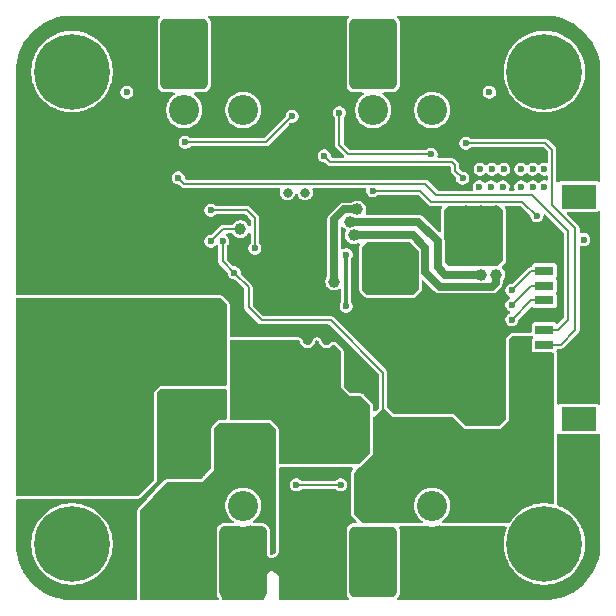
<source format=gbr>
%TF.GenerationSoftware,KiCad,Pcbnew,9.0.1*%
%TF.CreationDate,2025-07-05T19:11:37+01:00*%
%TF.ProjectId,PDB_AURA,5044425f-4155-4524-912e-6b696361645f,rev?*%
%TF.SameCoordinates,Original*%
%TF.FileFunction,Copper,L4,Bot*%
%TF.FilePolarity,Positive*%
%FSLAX46Y46*%
G04 Gerber Fmt 4.6, Leading zero omitted, Abs format (unit mm)*
G04 Created by KiCad (PCBNEW 9.0.1) date 2025-07-05 19:11:37*
%MOMM*%
%LPD*%
G01*
G04 APERTURE LIST*
G04 Aperture macros list*
%AMRoundRect*
0 Rectangle with rounded corners*
0 $1 Rounding radius*
0 $2 $3 $4 $5 $6 $7 $8 $9 X,Y pos of 4 corners*
0 Add a 4 corners polygon primitive as box body*
4,1,4,$2,$3,$4,$5,$6,$7,$8,$9,$2,$3,0*
0 Add four circle primitives for the rounded corners*
1,1,$1+$1,$2,$3*
1,1,$1+$1,$4,$5*
1,1,$1+$1,$6,$7*
1,1,$1+$1,$8,$9*
0 Add four rect primitives between the rounded corners*
20,1,$1+$1,$2,$3,$4,$5,0*
20,1,$1+$1,$4,$5,$6,$7,0*
20,1,$1+$1,$6,$7,$8,$9,0*
20,1,$1+$1,$8,$9,$2,$3,0*%
%AMFreePoly0*
4,1,23,0.500000,-0.750000,0.000000,-0.750000,0.000000,-0.745722,-0.065263,-0.745722,-0.191342,-0.711940,-0.304381,-0.646677,-0.396677,-0.554381,-0.461940,-0.441342,-0.495722,-0.315263,-0.495722,-0.250000,-0.500000,-0.250000,-0.500000,0.250000,-0.495722,0.250000,-0.495722,0.315263,-0.461940,0.441342,-0.396677,0.554381,-0.304381,0.646677,-0.191342,0.711940,-0.065263,0.745722,0.000000,0.745722,
0.000000,0.750000,0.500000,0.750000,0.500000,-0.750000,0.500000,-0.750000,$1*%
%AMFreePoly1*
4,1,23,0.000000,0.745722,0.065263,0.745722,0.191342,0.711940,0.304381,0.646677,0.396677,0.554381,0.461940,0.441342,0.495722,0.315263,0.495722,0.250000,0.500000,0.250000,0.500000,-0.250000,0.495722,-0.250000,0.495722,-0.315263,0.461940,-0.441342,0.396677,-0.554381,0.304381,-0.646677,0.191342,-0.711940,0.065263,-0.745722,0.000000,-0.745722,0.000000,-0.750000,-0.500000,-0.750000,
-0.500000,0.750000,0.000000,0.750000,0.000000,0.745722,0.000000,0.745722,$1*%
G04 Aperture macros list end*
%TA.AperFunction,ComponentPad*%
%ADD10C,2.550000*%
%TD*%
%TA.AperFunction,ComponentPad*%
%ADD11C,1.500000*%
%TD*%
%TA.AperFunction,SMDPad,CuDef*%
%ADD12RoundRect,0.500000X-3.500000X-2.000000X3.500000X-2.000000X3.500000X2.000000X-3.500000X2.000000X0*%
%TD*%
%TA.AperFunction,ComponentPad*%
%ADD13C,0.800000*%
%TD*%
%TA.AperFunction,ComponentPad*%
%ADD14C,6.400000*%
%TD*%
%TA.AperFunction,SMDPad,CuDef*%
%ADD15RoundRect,0.400000X-1.600000X2.600000X-1.600000X-2.600000X1.600000X-2.600000X1.600000X2.600000X0*%
%TD*%
%TA.AperFunction,SMDPad,CuDef*%
%ADD16FreePoly0,0.000000*%
%TD*%
%TA.AperFunction,SMDPad,CuDef*%
%ADD17FreePoly1,0.000000*%
%TD*%
%TA.AperFunction,SMDPad,CuDef*%
%ADD18RoundRect,0.400000X1.600000X-2.600000X1.600000X2.600000X-1.600000X2.600000X-1.600000X-2.600000X0*%
%TD*%
%TA.AperFunction,SMDPad,CuDef*%
%ADD19R,1.600000X0.800000*%
%TD*%
%TA.AperFunction,SMDPad,CuDef*%
%ADD20R,3.000000X2.100000*%
%TD*%
%TA.AperFunction,SMDPad,CuDef*%
%ADD21C,1.000000*%
%TD*%
%TA.AperFunction,ViaPad*%
%ADD22C,0.600000*%
%TD*%
%TA.AperFunction,ViaPad*%
%ADD23C,0.800000*%
%TD*%
%TA.AperFunction,ViaPad*%
%ADD24C,1.000000*%
%TD*%
%TA.AperFunction,Conductor*%
%ADD25C,0.200000*%
%TD*%
%TA.AperFunction,Conductor*%
%ADD26C,0.300000*%
%TD*%
%TA.AperFunction,Conductor*%
%ADD27C,0.650000*%
%TD*%
G04 APERTURE END LIST*
D10*
%TO.P,J304,1,1*%
%TO.N,GND*%
X85500000Y-91750000D03*
%TO.P,J304,2,2*%
%TO.N,+5V*%
X80500000Y-91750000D03*
D11*
%TO.P,J304,3,3*%
%TO.N,GND*%
X88500000Y-96750000D03*
%TO.P,J304,4,4*%
X77500000Y-96750000D03*
%TD*%
D10*
%TO.P,J303,1,1*%
%TO.N,GND*%
X69500000Y-91750000D03*
%TO.P,J303,2,2*%
%TO.N,+BATT_FILT*%
X64500000Y-91750000D03*
D11*
%TO.P,J303,3,3*%
%TO.N,GND*%
X72500000Y-96750000D03*
%TO.P,J303,4,4*%
%TO.N,+BATT_FILT*%
X61500000Y-96750000D03*
%TD*%
D10*
%TO.P,J301,1,1*%
%TO.N,/300_Connectors/VBAT_CH2*%
X80500000Y-58250000D03*
%TO.P,J301,2,2*%
%TO.N,+BATT_FILT*%
X85500000Y-58250000D03*
D11*
%TO.P,J301,3,3*%
%TO.N,GND*%
X77500000Y-53250000D03*
%TO.P,J301,4,4*%
X88500000Y-53250000D03*
%TD*%
D10*
%TO.P,J300,1,1*%
%TO.N,/300_Connectors/VBAT_CH1*%
X64500000Y-58250000D03*
%TO.P,J300,2,2*%
%TO.N,+BATT_FILT*%
X69500000Y-58250000D03*
D11*
%TO.P,J300,3,3*%
%TO.N,GND*%
X61500000Y-53250000D03*
%TO.P,J300,4,4*%
X72500000Y-53250000D03*
%TD*%
D12*
%TO.P,J102,1,1*%
%TO.N,GND*%
X56000000Y-63750000D03*
%TD*%
D13*
%TO.P,H102,1,1*%
%TO.N,unconnected-(H102-Pad1)_8*%
X92600000Y-55000000D03*
%TO.N,unconnected-(H102-Pad1)_3*%
X93302944Y-53302944D03*
%TO.N,unconnected-(H102-Pad1)_2*%
X93302944Y-56697056D03*
%TO.N,unconnected-(H102-Pad1)_5*%
X95000000Y-52600000D03*
D14*
%TO.N,unconnected-(H102-Pad1)_6*%
X95000000Y-55000000D03*
D13*
%TO.N,unconnected-(H102-Pad1)_4*%
X95000000Y-57400000D03*
%TO.N,unconnected-(H102-Pad1)_7*%
X96697056Y-53302944D03*
%TO.N,unconnected-(H102-Pad1)*%
X96697056Y-56697056D03*
%TO.N,unconnected-(H102-Pad1)_1*%
X97400000Y-55000000D03*
%TD*%
D10*
%TO.P,J100,1,1*%
%TO.N,+BATT*%
X63162000Y-77500000D03*
%TO.P,J100,2,2*%
%TO.N,GND*%
X63162000Y-72500000D03*
D11*
%TO.P,J100,3,3*%
X53162000Y-69500000D03*
%TO.P,J100,4,4*%
%TO.N,+BATT*%
X53162000Y-80500000D03*
%TD*%
D13*
%TO.P,H101,1,1*%
%TO.N,unconnected-(H101-Pad1)_3*%
X52600000Y-55000000D03*
%TO.N,unconnected-(H101-Pad1)_5*%
X53302944Y-53302944D03*
%TO.N,unconnected-(H101-Pad1)_1*%
X53302944Y-56697056D03*
%TO.N,unconnected-(H101-Pad1)*%
X55000000Y-52600000D03*
D14*
%TO.N,unconnected-(H101-Pad1)_7*%
X55000000Y-55000000D03*
D13*
%TO.N,unconnected-(H101-Pad1)_2*%
X55000000Y-57400000D03*
%TO.N,unconnected-(H101-Pad1)_8*%
X56697056Y-53302944D03*
%TO.N,unconnected-(H101-Pad1)_4*%
X56697056Y-56697056D03*
%TO.N,unconnected-(H101-Pad1)_6*%
X57400000Y-55000000D03*
%TD*%
%TO.P,H100,1,1*%
%TO.N,unconnected-(H100-Pad1)_3*%
X92600000Y-95000000D03*
%TO.N,unconnected-(H100-Pad1)_7*%
X93302944Y-93302944D03*
%TO.N,unconnected-(H100-Pad1)_1*%
X93302944Y-96697056D03*
%TO.N,unconnected-(H100-Pad1)_5*%
X95000000Y-92600000D03*
D14*
%TO.N,unconnected-(H100-Pad1)_2*%
X95000000Y-95000000D03*
D13*
%TO.N,unconnected-(H100-Pad1)_6*%
X95000000Y-97400000D03*
%TO.N,unconnected-(H100-Pad1)_8*%
X96697056Y-93302944D03*
%TO.N,unconnected-(H100-Pad1)_4*%
X96697056Y-96697056D03*
%TO.N,unconnected-(H100-Pad1)*%
X97400000Y-95000000D03*
%TD*%
%TO.P,H103,1,1*%
%TO.N,unconnected-(H103-Pad1)_8*%
X52600000Y-95000000D03*
%TO.N,unconnected-(H103-Pad1)_3*%
X53302944Y-93302944D03*
%TO.N,unconnected-(H103-Pad1)_5*%
X53302944Y-96697056D03*
%TO.N,unconnected-(H103-Pad1)_2*%
X55000000Y-92600000D03*
D14*
%TO.N,unconnected-(H103-Pad1)_4*%
X55000000Y-95000000D03*
D13*
%TO.N,unconnected-(H103-Pad1)_6*%
X55000000Y-97400000D03*
%TO.N,unconnected-(H103-Pad1)_1*%
X56697056Y-93302944D03*
%TO.N,unconnected-(H103-Pad1)*%
X56697056Y-96697056D03*
%TO.N,unconnected-(H103-Pad1)_7*%
X57400000Y-95000000D03*
%TD*%
D12*
%TO.P,J101,1,1*%
%TO.N,+BATT*%
X56000000Y-86250000D03*
%TD*%
D15*
%TO.P,J312,1,1*%
%TO.N,GND*%
X69500000Y-96500000D03*
%TD*%
%TO.P,J307,1,1*%
%TO.N,+BATT_FILT*%
X80500000Y-53500000D03*
%TD*%
%TO.P,J306,1,1*%
%TO.N,GND*%
X69500000Y-53500000D03*
%TD*%
D16*
%TO.P,JP100,1,A*%
%TO.N,+BATT*%
X67600000Y-79000000D03*
D17*
%TO.P,JP100,2,B*%
%TO.N,INA_IN+*%
X68900000Y-79000000D03*
%TD*%
D18*
%TO.P,J308,1,1*%
%TO.N,GND*%
X85500000Y-53500000D03*
%TD*%
%TO.P,J309,1,1*%
%TO.N,+BATT_FILT*%
X80500000Y-96500000D03*
%TD*%
D15*
%TO.P,J310,1,1*%
%TO.N,GND*%
X85500000Y-96500000D03*
%TD*%
D19*
%TO.P,J302,1,1*%
%TO.N,GND*%
X95008000Y-68125000D03*
%TO.P,J302,2,2*%
X95008000Y-69375000D03*
%TO.P,J302,3,3*%
X95008000Y-70625000D03*
%TO.P,J302,4,4*%
%TO.N,+3V3*%
X95008000Y-71875000D03*
%TO.P,J302,5,5*%
%TO.N,SDA*%
X95008000Y-73125000D03*
%TO.P,J302,6,6*%
%TO.N,SCL*%
X95008000Y-74375000D03*
%TO.P,J302,7,7*%
%TO.N,GND*%
X95008000Y-75625000D03*
%TO.P,J302,8,8*%
%TO.N,MSFT_1*%
X95008000Y-76875000D03*
%TO.P,J302,9,9*%
%TO.N,MSFT_2*%
X95008000Y-78125000D03*
%TO.P,J302,10,10*%
%TO.N,+5V*%
X95008000Y-79375000D03*
%TO.P,J302,11,11*%
X95008000Y-80625000D03*
%TO.P,J302,12,12*%
X95008000Y-81875000D03*
D20*
%TO.P,J302,13*%
%TO.N,N/C*%
X97908000Y-65575000D03*
%TO.P,J302,14*%
X97908000Y-84425000D03*
%TD*%
D21*
%TO.P,TP201,1,1*%
%TO.N,/200_Buck_Regulator/5V_FB*%
X69250000Y-68350000D03*
%TD*%
D18*
%TO.P,J305,1,1*%
%TO.N,+BATT_FILT*%
X64500000Y-53500000D03*
%TD*%
%TO.P,J311,1,1*%
%TO.N,+BATT_FILT*%
X64500000Y-96500000D03*
%TD*%
D22*
%TO.N,GND*%
X90250000Y-84250000D03*
X91250000Y-83250000D03*
X91250000Y-84250000D03*
X73280000Y-92740000D03*
X86550000Y-63250000D03*
X85850000Y-63250000D03*
%TO.N,/300_Connectors/VGS_CH2*%
X88070000Y-64010000D03*
%TO.N,GND*%
X74070000Y-74733465D03*
%TO.N,+5V_VCC*%
X78220000Y-74880000D03*
D23*
%TO.N,GND*%
X81285000Y-65850000D03*
D22*
X85380000Y-61110000D03*
X85850000Y-63950000D03*
X85150000Y-63250000D03*
X85150000Y-63950000D03*
X69150000Y-63250000D03*
X70450000Y-63900000D03*
X70450000Y-63250000D03*
X69800000Y-63250000D03*
X69800000Y-63900000D03*
X69150000Y-63900000D03*
X90490000Y-61800000D03*
X84000000Y-53500000D03*
X52750000Y-72750000D03*
X68750000Y-55750000D03*
X94990000Y-61800000D03*
D23*
X56000000Y-63000000D03*
D22*
X90250000Y-95250000D03*
X75470000Y-96040000D03*
X68000000Y-52750000D03*
X69500000Y-95000000D03*
X66750000Y-65750000D03*
X57750000Y-67750000D03*
X84000000Y-97250000D03*
X69656140Y-67436186D03*
X87000000Y-95750000D03*
X84750000Y-51250000D03*
X68000000Y-54250000D03*
X65250000Y-72750000D03*
X92990000Y-61800000D03*
D23*
X76550000Y-77750000D03*
D22*
X86250000Y-52000000D03*
X85500000Y-55750000D03*
X91500000Y-60250000D03*
X70250000Y-51250000D03*
X95000000Y-60250000D03*
X57750000Y-70250000D03*
X60250000Y-70250000D03*
X85500000Y-94250000D03*
X89500000Y-60250000D03*
X77040000Y-59034330D03*
X68000000Y-53500000D03*
X97650000Y-86750000D03*
X76720000Y-91500000D03*
X69500000Y-94250000D03*
X62750000Y-67750000D03*
X66014772Y-69034653D03*
X68750000Y-52750000D03*
X84750000Y-95750000D03*
X68000000Y-98750000D03*
X60250000Y-60250000D03*
X52750000Y-60250000D03*
X94000000Y-60250000D03*
X87000000Y-98000000D03*
X75650000Y-72760000D03*
X84000000Y-52000000D03*
X84000000Y-55750000D03*
X85500000Y-97250000D03*
X85500000Y-54250000D03*
D23*
X58500000Y-61750000D03*
D22*
X87000000Y-53500000D03*
X84750000Y-54250000D03*
X91490000Y-61800000D03*
X68000000Y-97250000D03*
X67750000Y-72050000D03*
X75250000Y-55250000D03*
D23*
X56000000Y-61750000D03*
D22*
X90250000Y-52750000D03*
X68750000Y-51250000D03*
X84750000Y-55000000D03*
X71000000Y-95750000D03*
D23*
X56000000Y-65500000D03*
D22*
X68000000Y-98000000D03*
X70250000Y-94250000D03*
X57750000Y-72750000D03*
X86250000Y-51250000D03*
X84000000Y-95750000D03*
X84750000Y-55750000D03*
X84000000Y-94250000D03*
X86250000Y-97250000D03*
X71000000Y-55000000D03*
X87000000Y-55750000D03*
X76948406Y-61530000D03*
X97750000Y-77750000D03*
D23*
X58500000Y-63000000D03*
D22*
X87000000Y-52000000D03*
X69500000Y-95750000D03*
X68750000Y-98000000D03*
D23*
X57250000Y-63000000D03*
D22*
X86250000Y-54250000D03*
X97510000Y-61240000D03*
X60250000Y-97750000D03*
X70250000Y-97250000D03*
X97750000Y-57750000D03*
D23*
X74000000Y-69750000D03*
D22*
X96650000Y-90050000D03*
D23*
X53500000Y-64250000D03*
D22*
X70250000Y-96500000D03*
X85500000Y-98000000D03*
X73631116Y-59647414D03*
X84000000Y-52750000D03*
X71000000Y-55750000D03*
X60250000Y-67750000D03*
X71000000Y-96500000D03*
X68750000Y-94250000D03*
X71000000Y-52750000D03*
X77750000Y-55250000D03*
D23*
X54750000Y-64250000D03*
D22*
X96650000Y-89050000D03*
X55250000Y-67750000D03*
X85500000Y-95750000D03*
X86250000Y-55750000D03*
X97750000Y-90250000D03*
X84750000Y-95000000D03*
X68750000Y-96500000D03*
D23*
X76670000Y-66290000D03*
D22*
X85500000Y-95000000D03*
X70250000Y-53500000D03*
X68750000Y-95750000D03*
X86250000Y-98750000D03*
X73625000Y-62150000D03*
D23*
X53500000Y-65500000D03*
D22*
X97750000Y-60250000D03*
X87000000Y-52750000D03*
X86250000Y-98000000D03*
X68750000Y-52000000D03*
X90250000Y-97750000D03*
X84000000Y-55000000D03*
X69500000Y-52750000D03*
X72750000Y-55250000D03*
X87000000Y-98750000D03*
X55250000Y-70250000D03*
D23*
X58500000Y-64250000D03*
X58500000Y-65500000D03*
D22*
X87000000Y-97250000D03*
X84000000Y-98000000D03*
X71000000Y-54250000D03*
D23*
X54750000Y-61750000D03*
D22*
X70250000Y-98000000D03*
X88070000Y-62010000D03*
D23*
X56000000Y-64250000D03*
D22*
X68000000Y-51250000D03*
X68750000Y-54250000D03*
X74785717Y-97549875D03*
X85250000Y-80250000D03*
X71000000Y-98000000D03*
X60250000Y-72750000D03*
X93430000Y-68420000D03*
X57750000Y-60250000D03*
D23*
X53500000Y-61750000D03*
D22*
X66000000Y-89000000D03*
X71000000Y-98750000D03*
X68000000Y-96500000D03*
X77750000Y-95250000D03*
X84750000Y-52750000D03*
X84000000Y-54250000D03*
X68750000Y-97250000D03*
X68750000Y-95000000D03*
D23*
X83825000Y-65850000D03*
D22*
X86250000Y-53500000D03*
X69500000Y-52000000D03*
D23*
X54750000Y-65500000D03*
D22*
X69500000Y-53500000D03*
X69500000Y-54250000D03*
X55250000Y-72750000D03*
X88070000Y-63000000D03*
X68000000Y-55750000D03*
X86250000Y-95750000D03*
X71000000Y-97250000D03*
X76375000Y-58500000D03*
X61930000Y-62990000D03*
X69500000Y-55750000D03*
X85500000Y-53500000D03*
X87000000Y-96500000D03*
D23*
X57250000Y-61750000D03*
D22*
X70250000Y-52750000D03*
X85500000Y-52750000D03*
X84000000Y-98750000D03*
X87000000Y-51250000D03*
D23*
X82560000Y-66750000D03*
D22*
X89490000Y-61800000D03*
X68750000Y-98750000D03*
X78925000Y-71250000D03*
X69500000Y-98750000D03*
D23*
X74000000Y-71250000D03*
D22*
X85500000Y-51250000D03*
X70250000Y-54250000D03*
X86250000Y-55000000D03*
X97750000Y-79750000D03*
X96650000Y-88050000D03*
X75250000Y-52750000D03*
X69500000Y-55000000D03*
X70250000Y-98750000D03*
X97750000Y-78750000D03*
X85500000Y-98750000D03*
D23*
X57250000Y-65500000D03*
D22*
X72350000Y-72950000D03*
X71000000Y-51250000D03*
X84750000Y-96500000D03*
X69500000Y-51250000D03*
X97650000Y-81250000D03*
X93000000Y-60250000D03*
X68000000Y-55000000D03*
X84750000Y-52000000D03*
X97750000Y-87750000D03*
X68000000Y-95750000D03*
X93420000Y-70420000D03*
X71000000Y-94250000D03*
X75425000Y-91140000D03*
D23*
X83830000Y-66750000D03*
D22*
X55250000Y-60250000D03*
D23*
X53500000Y-63000000D03*
X54750000Y-63000000D03*
D22*
X93990000Y-61800000D03*
X70250000Y-52000000D03*
X96250000Y-61240000D03*
X65750000Y-66750000D03*
X70250000Y-95000000D03*
X69500000Y-96500000D03*
X71000000Y-52000000D03*
X63520000Y-85950000D03*
X68000000Y-95000000D03*
X69350000Y-69518329D03*
X84000000Y-96500000D03*
X90500000Y-60250000D03*
X87000000Y-54250000D03*
X82750000Y-80250000D03*
D23*
X74950000Y-77750000D03*
D22*
X71000000Y-53500000D03*
X71560918Y-71021075D03*
X86250000Y-96500000D03*
X86250000Y-95000000D03*
X87000000Y-55000000D03*
X87000000Y-94250000D03*
X87000000Y-95000000D03*
X70250000Y-55750000D03*
X86250000Y-94250000D03*
X85500000Y-55000000D03*
X68000000Y-94250000D03*
X85500000Y-96500000D03*
X70250000Y-95750000D03*
X84750000Y-94250000D03*
X84750000Y-98000000D03*
X68000000Y-52000000D03*
X84750000Y-98750000D03*
X61930000Y-62010000D03*
X84750000Y-53500000D03*
X84000000Y-95000000D03*
X68750000Y-55000000D03*
X69500000Y-97250000D03*
X84000000Y-51250000D03*
X62750000Y-70250000D03*
X92781866Y-71382494D03*
X52750000Y-67750000D03*
X86250000Y-52750000D03*
D23*
X71400000Y-66240000D03*
D22*
X84750000Y-97250000D03*
X68750000Y-53500000D03*
D23*
X82555000Y-65850000D03*
D22*
X97650000Y-82250000D03*
X69500000Y-98000000D03*
X71000000Y-95000000D03*
D23*
X81290000Y-66750000D03*
X57250000Y-64250000D03*
D22*
X70250000Y-55000000D03*
X60250000Y-52750000D03*
X80250000Y-77750000D03*
X85500000Y-52000000D03*
X60250000Y-92750000D03*
%TO.N,+5V*%
X93250000Y-79750000D03*
X93250000Y-88000000D03*
X93250000Y-84750000D03*
X93250000Y-83250000D03*
X94250000Y-89000000D03*
X80475000Y-65100000D03*
X93250000Y-82250000D03*
X93250000Y-77750000D03*
X93250000Y-85750000D03*
X94370000Y-67224998D03*
X94250000Y-88000000D03*
X93250000Y-78750000D03*
X94250000Y-90000000D03*
X93250000Y-89000000D03*
X93250000Y-86750000D03*
X93250000Y-81250000D03*
X67750000Y-69350000D03*
X93250000Y-90000000D03*
X68750000Y-72050000D03*
D24*
%TO.N,/200_Buck_Regulator/5V_SW*%
X78550000Y-67700000D03*
D23*
X83500000Y-71250000D03*
X80250000Y-71250000D03*
X83500000Y-70000000D03*
D24*
X89650000Y-72185000D03*
D23*
X83500000Y-72500000D03*
X80250000Y-70000000D03*
X82000000Y-71250000D03*
X80250000Y-72500000D03*
X82000000Y-72500000D03*
X82000000Y-70000000D03*
D22*
%TO.N,/200_Buck_Regulator/COMP_FB_C*%
X70492220Y-69967739D03*
X66760000Y-66730000D03*
%TO.N,/200_Buck_Regulator/5V_FB*%
X66750000Y-69350000D03*
%TO.N,+BATT*%
X60250000Y-77750000D03*
X60250000Y-75250000D03*
X52750000Y-90250000D03*
D23*
X57250000Y-84250000D03*
D22*
X65250000Y-80250000D03*
D23*
X58500000Y-85500000D03*
D22*
X55250000Y-77750000D03*
D23*
X57250000Y-88000000D03*
D22*
X57750000Y-75250000D03*
D23*
X57250000Y-85500000D03*
X54750000Y-88000000D03*
D22*
X55250000Y-75250000D03*
D23*
X56000000Y-84250000D03*
D22*
X67750000Y-77750000D03*
D23*
X56000000Y-86750000D03*
X58500000Y-86750000D03*
X53500000Y-88000000D03*
D22*
X55250000Y-82750000D03*
D23*
X58500000Y-84250000D03*
X53500000Y-84250000D03*
D22*
X52750000Y-75250000D03*
D23*
X53500000Y-86750000D03*
X54750000Y-84250000D03*
X56000000Y-85500000D03*
D22*
X57750000Y-90250000D03*
D23*
X54750000Y-86750000D03*
D22*
X57750000Y-82750000D03*
X55250000Y-80250000D03*
X52750000Y-77750000D03*
X65250000Y-77750000D03*
X60250000Y-82750000D03*
X57750000Y-80250000D03*
D23*
X58500000Y-88000000D03*
D22*
X62750000Y-80250000D03*
X60250000Y-80250000D03*
X55250000Y-90250000D03*
X62750000Y-75250000D03*
D23*
X54750000Y-85500000D03*
X57250000Y-86750000D03*
D22*
X57750000Y-77750000D03*
D23*
X53500000Y-85500000D03*
X56000000Y-88000000D03*
D22*
X52750000Y-82750000D03*
%TO.N,MSFT_1*%
X64000000Y-64000000D03*
%TO.N,MSFT_2*%
X88350000Y-61050000D03*
%TO.N,+3V3*%
X92250000Y-73500000D03*
X74000000Y-90000000D03*
X77750000Y-90000000D03*
%TO.N,INA_IN+*%
X78750000Y-86250000D03*
X75750000Y-82250000D03*
X77750000Y-87250000D03*
X75750000Y-84250000D03*
X75750000Y-83250000D03*
X77750000Y-83250000D03*
X76750000Y-84250000D03*
X79750000Y-87250000D03*
X77750000Y-85250000D03*
X74750000Y-82250000D03*
X74750000Y-83250000D03*
X73750000Y-82250000D03*
D23*
X71750000Y-82000000D03*
X76500000Y-79250000D03*
X71750000Y-80500000D03*
X70500000Y-79000000D03*
X70500000Y-80500000D03*
D22*
X73750000Y-81250000D03*
D23*
X75000000Y-79250000D03*
D22*
X74750000Y-81250000D03*
X79750000Y-85250000D03*
D23*
X69250000Y-82000000D03*
D22*
X77750000Y-86250000D03*
X76750000Y-82250000D03*
D23*
X70500000Y-82000000D03*
D22*
X79750000Y-86250000D03*
X78750000Y-87250000D03*
D23*
X69250000Y-80500000D03*
D22*
X79750000Y-84250000D03*
X77750000Y-84250000D03*
X78750000Y-85250000D03*
X76750000Y-83250000D03*
X73750000Y-83250000D03*
X78750000Y-84250000D03*
X78750000Y-83250000D03*
X75750000Y-81250000D03*
X76750000Y-81250000D03*
D23*
X71750000Y-79000000D03*
D22*
%TO.N,SCL*%
X92250000Y-76000000D03*
%TO.N,SDA*%
X92250000Y-74750000D03*
%TO.N,+5V_VCC*%
X78219341Y-70500000D03*
D24*
%TO.N,/200_Buck_Regulator/5V_HO*%
X78860955Y-68859014D03*
X90910000Y-72180000D03*
%TO.N,/200_Buck_Regulator/5V_LO*%
X77200000Y-72775000D03*
X79172775Y-66674253D03*
D22*
%TO.N,/300_Connectors/VGS_CH1*%
X64580000Y-60990000D03*
X73640000Y-58790000D03*
%TO.N,/300_Connectors/MSFT_2_R*%
X77640000Y-58500000D03*
X85410000Y-62010000D03*
%TO.N,/300_Connectors/VGS_CH2*%
X76360000Y-62130000D03*
%TO.N,+BATT_FILT*%
X66000000Y-98750000D03*
X81250000Y-52000000D03*
X68250000Y-89750000D03*
X79000000Y-97250000D03*
X79750000Y-53500000D03*
X79000000Y-94250000D03*
X64500000Y-52000000D03*
X82000000Y-94250000D03*
X90500000Y-64750000D03*
X80500000Y-55000000D03*
X63750000Y-98750000D03*
X79750000Y-55750000D03*
X61500000Y-98750000D03*
X82000000Y-97250000D03*
X65250000Y-53500000D03*
X63750000Y-94250000D03*
X82000000Y-98750000D03*
X80500000Y-53500000D03*
X59650000Y-56750000D03*
X81250000Y-97250000D03*
X81250000Y-95750000D03*
X63750000Y-96500000D03*
X80500000Y-95750000D03*
X81250000Y-53500000D03*
X81250000Y-98750000D03*
X63000000Y-97250000D03*
X65250000Y-97250000D03*
X82000000Y-95750000D03*
X63000000Y-95750000D03*
X82000000Y-55000000D03*
D23*
X88350000Y-66700000D03*
D22*
X89550000Y-63250000D03*
X81250000Y-94250000D03*
D23*
X89650000Y-66700000D03*
D22*
X63000000Y-52000000D03*
D23*
X89000000Y-70750000D03*
X87500000Y-68250000D03*
D22*
X79000000Y-52000000D03*
X61500000Y-92250000D03*
X66000000Y-97250000D03*
X91550000Y-63250000D03*
X80500000Y-97250000D03*
X79000000Y-95000000D03*
X80500000Y-94250000D03*
X93000000Y-64750000D03*
X80500000Y-52750000D03*
X94000000Y-63250000D03*
X63000000Y-53500000D03*
X64500000Y-53500000D03*
X79750000Y-94250000D03*
X62500000Y-92250000D03*
X79750000Y-97250000D03*
X79750000Y-52750000D03*
X65250000Y-96500000D03*
X64500000Y-52750000D03*
X66000000Y-53500000D03*
X82000000Y-52750000D03*
X79000000Y-98750000D03*
X64500000Y-94250000D03*
X63000000Y-55750000D03*
X79000000Y-55000000D03*
X63750000Y-52750000D03*
X91500000Y-64750000D03*
X80500000Y-98750000D03*
X66000000Y-55000000D03*
X65250000Y-95750000D03*
D23*
X89000000Y-68250000D03*
D22*
X79750000Y-95750000D03*
X93000000Y-63250000D03*
X90550000Y-63250000D03*
X79750000Y-96500000D03*
X81250000Y-95000000D03*
X71250000Y-88750000D03*
X79000000Y-95750000D03*
X63750000Y-52000000D03*
X67250000Y-92750000D03*
X66000000Y-94250000D03*
X80500000Y-52000000D03*
X94000000Y-64750000D03*
X64500000Y-95750000D03*
X66000000Y-95750000D03*
X63750000Y-54250000D03*
X63750000Y-53500000D03*
X65250000Y-95000000D03*
D23*
X90500000Y-70750000D03*
D22*
X81250000Y-98000000D03*
X82000000Y-53500000D03*
X63750000Y-98000000D03*
X63000000Y-96500000D03*
X63250000Y-90250000D03*
X64500000Y-98750000D03*
X66000000Y-55750000D03*
X80500000Y-95000000D03*
X66000000Y-95000000D03*
X95000000Y-63250000D03*
X62500000Y-91250000D03*
X65250000Y-98750000D03*
X70250000Y-89750000D03*
X63000000Y-98750000D03*
X62500000Y-93250000D03*
X82000000Y-51250000D03*
D23*
X90500000Y-68250000D03*
D22*
X80500000Y-55750000D03*
X81250000Y-51250000D03*
X63750000Y-55750000D03*
X79000000Y-54250000D03*
X80500000Y-54250000D03*
X81250000Y-55750000D03*
X65250000Y-55000000D03*
X66250000Y-91750000D03*
X79000000Y-51250000D03*
X79750000Y-98750000D03*
X79750000Y-54250000D03*
X65250000Y-52000000D03*
X66250000Y-90750000D03*
X80500000Y-98000000D03*
X63000000Y-52750000D03*
X98340000Y-69220000D03*
X66000000Y-52750000D03*
X63000000Y-98000000D03*
D23*
X74750000Y-65250000D03*
D22*
X79000000Y-52750000D03*
X66000000Y-52000000D03*
X63000000Y-55000000D03*
X63750000Y-95000000D03*
X81250000Y-52750000D03*
X65250000Y-98000000D03*
X63750000Y-97250000D03*
X81250000Y-96500000D03*
X67250000Y-90750000D03*
D23*
X90900000Y-66700000D03*
D22*
X71250000Y-89750000D03*
X61500000Y-93250000D03*
X90350000Y-56750000D03*
X63750000Y-55000000D03*
X80500000Y-51250000D03*
X79750000Y-98000000D03*
X82000000Y-98000000D03*
X80500000Y-96500000D03*
X63000000Y-95000000D03*
X82000000Y-95000000D03*
X66000000Y-51250000D03*
X69250000Y-87750000D03*
X64500000Y-54250000D03*
X68250000Y-88750000D03*
X66250000Y-92750000D03*
X79000000Y-98000000D03*
X63750000Y-51250000D03*
X64500000Y-51250000D03*
X95000000Y-64750000D03*
X82000000Y-55750000D03*
X79750000Y-52000000D03*
X67250000Y-89750000D03*
X63000000Y-54250000D03*
X66000000Y-54250000D03*
X82000000Y-54250000D03*
X81250000Y-54250000D03*
X64500000Y-97250000D03*
X81250000Y-55000000D03*
X69250000Y-89750000D03*
D23*
X87500000Y-69500000D03*
X87500000Y-70750000D03*
D22*
X64500000Y-55000000D03*
X82000000Y-52000000D03*
X69250000Y-85750000D03*
X82000000Y-96500000D03*
X64500000Y-55750000D03*
X69250000Y-88750000D03*
X69250000Y-86750000D03*
X64500000Y-95000000D03*
X65250000Y-51250000D03*
X63750000Y-95750000D03*
X79000000Y-53500000D03*
X67250000Y-91750000D03*
X65250000Y-55750000D03*
X64500000Y-98000000D03*
X89500000Y-64750000D03*
X63000000Y-51250000D03*
X79000000Y-55750000D03*
X65250000Y-52750000D03*
X66000000Y-96500000D03*
X79750000Y-51250000D03*
X64500000Y-96500000D03*
D23*
X90500000Y-69500000D03*
D22*
X79750000Y-55000000D03*
X65250000Y-54250000D03*
D23*
X89000000Y-69500000D03*
D22*
X65250000Y-94250000D03*
X70250000Y-88750000D03*
X79000000Y-96500000D03*
D23*
X73250000Y-65250000D03*
D22*
X66000000Y-98000000D03*
X79750000Y-95000000D03*
X63000000Y-94250000D03*
%TD*%
D25*
%TO.N,+5V*%
X81350000Y-80500000D02*
X81350000Y-84450000D01*
X76900000Y-76050000D02*
X81350000Y-80500000D01*
X71050000Y-76050000D02*
X76900000Y-76050000D01*
X69950000Y-74950000D02*
X71050000Y-76050000D01*
X69950000Y-73250000D02*
X69950000Y-74950000D01*
X68750000Y-72050000D02*
X69950000Y-73250000D01*
%TO.N,/300_Connectors/VGS_CH2*%
X87450000Y-63390000D02*
X87450000Y-62950000D01*
X87450000Y-62950000D02*
X87149000Y-62649000D01*
X87149000Y-62649000D02*
X86710000Y-62649000D01*
X88070000Y-64010000D02*
X87450000Y-63390000D01*
D26*
%TO.N,+5V_VCC*%
X78219341Y-74880659D02*
X78220000Y-74880000D01*
D27*
%TO.N,/200_Buck_Regulator/5V_HO*%
X90559000Y-73211000D02*
X90910000Y-72860000D01*
X84930000Y-69910000D02*
X84930000Y-72000000D01*
X86140000Y-73210000D02*
X89224016Y-73210000D01*
X89224016Y-73210000D02*
X89225016Y-73211000D01*
X83879014Y-68859014D02*
X84930000Y-69910000D01*
X90910000Y-72860000D02*
X90910000Y-72180000D01*
X78860955Y-68859014D02*
X83879014Y-68859014D01*
X84930000Y-72000000D02*
X86140000Y-73210000D01*
X89225016Y-73211000D02*
X90559000Y-73211000D01*
%TO.N,/200_Buck_Regulator/5V_SW*%
X86625000Y-72185000D02*
X89650000Y-72185000D01*
X85999785Y-71559785D02*
X86625000Y-72185000D01*
X85999785Y-69359785D02*
X85999785Y-71559785D01*
X84340000Y-67700000D02*
X85999785Y-69359785D01*
X78550000Y-67700000D02*
X84340000Y-67700000D01*
D25*
%TO.N,MSFT_1*%
X84900000Y-64500000D02*
X64500000Y-64500000D01*
X93960000Y-65450000D02*
X85850000Y-65450000D01*
X97000000Y-68490000D02*
X93960000Y-65450000D01*
X97000000Y-76000000D02*
X97000000Y-68490000D01*
X85850000Y-65450000D02*
X84900000Y-64500000D01*
X64500000Y-64500000D02*
X64000000Y-64000000D01*
X95008000Y-76875000D02*
X96125000Y-76875000D01*
X96125000Y-76875000D02*
X97000000Y-76000000D01*
%TO.N,+5V*%
X93144002Y-65999000D02*
X94370000Y-67224998D01*
X85399000Y-65999000D02*
X93144002Y-65999000D01*
X84500000Y-65100000D02*
X85399000Y-65999000D01*
X80475000Y-65100000D02*
X84500000Y-65100000D01*
%TO.N,/300_Connectors/VGS_CH1*%
X71440000Y-60990000D02*
X73640000Y-58790000D01*
X64580000Y-60990000D02*
X71440000Y-60990000D01*
%TO.N,/300_Connectors/MSFT_2_R*%
X77640000Y-61240000D02*
X77640000Y-58500000D01*
X78410000Y-62010000D02*
X77640000Y-61240000D01*
X85410000Y-62010000D02*
X78410000Y-62010000D01*
%TO.N,+5V*%
X67750000Y-69350000D02*
X67750000Y-71050000D01*
X67750000Y-71050000D02*
X68750000Y-72050000D01*
%TO.N,/200_Buck_Regulator/COMP_FB_C*%
X69830000Y-66730000D02*
X66760000Y-66730000D01*
X70492220Y-67392220D02*
X69830000Y-66730000D01*
X70492220Y-69967739D02*
X70492220Y-67392220D01*
%TO.N,/200_Buck_Regulator/5V_FB*%
X67750000Y-68350000D02*
X66750000Y-69350000D01*
X69250000Y-68350000D02*
X67750000Y-68350000D01*
%TO.N,MSFT_2*%
X97630000Y-76870000D02*
X97630000Y-68280000D01*
X95670000Y-66320000D02*
X95670000Y-61630000D01*
X95670000Y-61630000D02*
X95090000Y-61050000D01*
X95008000Y-78125000D02*
X96375000Y-78125000D01*
X95090000Y-61050000D02*
X88350000Y-61050000D01*
X97630000Y-68280000D02*
X95670000Y-66320000D01*
X96375000Y-78125000D02*
X97630000Y-76870000D01*
%TO.N,+3V3*%
X93875000Y-71875000D02*
X95008000Y-71875000D01*
X77750000Y-90000000D02*
X74000000Y-90000000D01*
X92250000Y-73500000D02*
X93875000Y-71875000D01*
%TO.N,SCL*%
X93875000Y-74375000D02*
X92250000Y-76000000D01*
X95008000Y-74375000D02*
X93875000Y-74375000D01*
%TO.N,SDA*%
X95008000Y-73125000D02*
X93875000Y-73125000D01*
X93875000Y-73125000D02*
X92250000Y-74750000D01*
D26*
%TO.N,+5V_VCC*%
X78219341Y-70500000D02*
X78219341Y-74880659D01*
D27*
%TO.N,/200_Buck_Regulator/5V_LO*%
X77200000Y-72775000D02*
X77200000Y-67500000D01*
X77200000Y-67500000D02*
X78026000Y-66674000D01*
X79172522Y-66674000D02*
X79172775Y-66674253D01*
X78026000Y-66674000D02*
X79172522Y-66674000D01*
D25*
%TO.N,/300_Connectors/VGS_CH2*%
X76880000Y-62650000D02*
X76360000Y-62130000D01*
X86710000Y-62650000D02*
X76880000Y-62650000D01*
%TD*%
%TA.AperFunction,Conductor*%
%TO.N,GND*%
G36*
X68037539Y-81875185D02*
G01*
X68083294Y-81927989D01*
X68094500Y-81979500D01*
X68094500Y-84370500D01*
X68074815Y-84437539D01*
X68022011Y-84483294D01*
X67970500Y-84494500D01*
X67551361Y-84494500D01*
X67524065Y-84495963D01*
X67524060Y-84495963D01*
X67524048Y-84495964D01*
X67524040Y-84495964D01*
X67524011Y-84495967D01*
X67497689Y-84498797D01*
X67497687Y-84498798D01*
X67402558Y-84528586D01*
X67402548Y-84528590D01*
X67341238Y-84562068D01*
X67341230Y-84562073D01*
X67283019Y-84605649D01*
X67283001Y-84605665D01*
X66855666Y-85033001D01*
X66855638Y-85033031D01*
X66837361Y-85053379D01*
X66820744Y-85074000D01*
X66774534Y-85162340D01*
X66754850Y-85229375D01*
X66754848Y-85229383D01*
X66744500Y-85301360D01*
X66744500Y-88592805D01*
X66724815Y-88659844D01*
X66708181Y-88680486D01*
X66310344Y-89078322D01*
X66288308Y-89103450D01*
X66268609Y-89129123D01*
X66250037Y-89156918D01*
X66250030Y-89156930D01*
X66244215Y-89167002D01*
X66224512Y-89192678D01*
X66192678Y-89224512D01*
X66167006Y-89244213D01*
X66156922Y-89250035D01*
X66156915Y-89250039D01*
X66156910Y-89250043D01*
X66143061Y-89259296D01*
X66129117Y-89268612D01*
X66103473Y-89288288D01*
X66103463Y-89288296D01*
X66078334Y-89310334D01*
X66078325Y-89310342D01*
X66078325Y-89310343D01*
X65930486Y-89458182D01*
X65869166Y-89491666D01*
X65842807Y-89494500D01*
X63055220Y-89494500D01*
X63021242Y-89496770D01*
X63021233Y-89496771D01*
X62988560Y-89501155D01*
X62981909Y-89502137D01*
X62888474Y-89536883D01*
X62828994Y-89573545D01*
X62773137Y-89620134D01*
X60591913Y-92043717D01*
X60578749Y-92059591D01*
X60566593Y-92075515D01*
X60524534Y-92158561D01*
X60504850Y-92225596D01*
X60504848Y-92225604D01*
X60494500Y-92297581D01*
X60494500Y-92481799D01*
X60497101Y-92518163D01*
X60502128Y-92553130D01*
X60503577Y-92562076D01*
X60503579Y-92562081D01*
X60503580Y-92562085D01*
X60505635Y-92567308D01*
X60510016Y-92580605D01*
X60516189Y-92603642D01*
X60516189Y-92603643D01*
X60536647Y-92679991D01*
X60540775Y-92695396D01*
X60545000Y-92727490D01*
X60545000Y-92772510D01*
X60540775Y-92804603D01*
X60506927Y-92930923D01*
X60504220Y-92948285D01*
X60503219Y-92952018D01*
X60494500Y-93018202D01*
X60494500Y-97481805D01*
X60503194Y-97547883D01*
X60504233Y-97551763D01*
X60504623Y-97553257D01*
X60517361Y-97603328D01*
X60516189Y-97603643D01*
X60540981Y-97696166D01*
X60541172Y-97696916D01*
X60541129Y-97698087D01*
X60545000Y-97727490D01*
X60545000Y-97772510D01*
X60540775Y-97804603D01*
X60506927Y-97930923D01*
X60504220Y-97948285D01*
X60503219Y-97952018D01*
X60494500Y-98018202D01*
X60494500Y-99625500D01*
X60474815Y-99692539D01*
X60422011Y-99738294D01*
X60370500Y-99749500D01*
X55002706Y-99749500D01*
X54997297Y-99749382D01*
X54591460Y-99731663D01*
X54580685Y-99730720D01*
X54360592Y-99701744D01*
X54180629Y-99678051D01*
X54169977Y-99676173D01*
X53861802Y-99607853D01*
X53776022Y-99588836D01*
X53765579Y-99586038D01*
X53380733Y-99464696D01*
X53370570Y-99460997D01*
X53315434Y-99438159D01*
X53151326Y-99370183D01*
X52997773Y-99306579D01*
X52987969Y-99302007D01*
X52630057Y-99115690D01*
X52620689Y-99110282D01*
X52280361Y-98893469D01*
X52271500Y-98887264D01*
X51951372Y-98641621D01*
X51943085Y-98634667D01*
X51645587Y-98362061D01*
X51637938Y-98354412D01*
X51365332Y-98056914D01*
X51358378Y-98048627D01*
X51112735Y-97728499D01*
X51106530Y-97719638D01*
X51101131Y-97711164D01*
X50889716Y-97379309D01*
X50884309Y-97369942D01*
X50858316Y-97320009D01*
X50697989Y-97012024D01*
X50693420Y-97002226D01*
X50655314Y-96910230D01*
X50538996Y-96629414D01*
X50535307Y-96619279D01*
X50413956Y-96234405D01*
X50411167Y-96223993D01*
X50323823Y-95830010D01*
X50321950Y-95819386D01*
X50269277Y-95419293D01*
X50268337Y-95408558D01*
X50250618Y-95002701D01*
X50250500Y-94997293D01*
X50250500Y-94830491D01*
X51549500Y-94830491D01*
X51549500Y-95169508D01*
X51582729Y-95506901D01*
X51648870Y-95839410D01*
X51747284Y-96163841D01*
X51877024Y-96477060D01*
X51877026Y-96477065D01*
X52036831Y-96776039D01*
X52036842Y-96776057D01*
X52225184Y-97057930D01*
X52225194Y-97057944D01*
X52440269Y-97320014D01*
X52679985Y-97559730D01*
X52679990Y-97559734D01*
X52679991Y-97559735D01*
X52942061Y-97774810D01*
X53223949Y-97963162D01*
X53223958Y-97963167D01*
X53223960Y-97963168D01*
X53522934Y-98122973D01*
X53522936Y-98122973D01*
X53522942Y-98122977D01*
X53836160Y-98252716D01*
X54160586Y-98351129D01*
X54493096Y-98417270D01*
X54830488Y-98450500D01*
X54830491Y-98450500D01*
X55169509Y-98450500D01*
X55169512Y-98450500D01*
X55506904Y-98417270D01*
X55839414Y-98351129D01*
X56163840Y-98252716D01*
X56477058Y-98122977D01*
X56776051Y-97963162D01*
X57057939Y-97774810D01*
X57320009Y-97559735D01*
X57559735Y-97320009D01*
X57774810Y-97057939D01*
X57963162Y-96776051D01*
X58122977Y-96477058D01*
X58252716Y-96163840D01*
X58351129Y-95839414D01*
X58417270Y-95506904D01*
X58450500Y-95169512D01*
X58450500Y-94830488D01*
X58417270Y-94493096D01*
X58351129Y-94160586D01*
X58252716Y-93836160D01*
X58122977Y-93522942D01*
X58113419Y-93505061D01*
X57963168Y-93223960D01*
X57963167Y-93223958D01*
X57963162Y-93223949D01*
X57774810Y-92942061D01*
X57559735Y-92679991D01*
X57559734Y-92679990D01*
X57559730Y-92679985D01*
X57320014Y-92440269D01*
X57057944Y-92225194D01*
X57057943Y-92225193D01*
X57057939Y-92225190D01*
X56776051Y-92036838D01*
X56776046Y-92036835D01*
X56776039Y-92036831D01*
X56477065Y-91877026D01*
X56477060Y-91877024D01*
X56163841Y-91747284D01*
X55973382Y-91689509D01*
X55839414Y-91648871D01*
X55839411Y-91648870D01*
X55839410Y-91648870D01*
X55506901Y-91582729D01*
X55269199Y-91559318D01*
X55169512Y-91549500D01*
X54830488Y-91549500D01*
X54739738Y-91558437D01*
X54493098Y-91582729D01*
X54160589Y-91648870D01*
X53836158Y-91747284D01*
X53522939Y-91877024D01*
X53522934Y-91877026D01*
X53223960Y-92036831D01*
X53223942Y-92036842D01*
X52942069Y-92225184D01*
X52942055Y-92225194D01*
X52679985Y-92440269D01*
X52440269Y-92679985D01*
X52225194Y-92942055D01*
X52225184Y-92942069D01*
X52036842Y-93223942D01*
X52036831Y-93223960D01*
X51877026Y-93522934D01*
X51877024Y-93522939D01*
X51747284Y-93836158D01*
X51648870Y-94160589D01*
X51582729Y-94493098D01*
X51549500Y-94830491D01*
X50250500Y-94830491D01*
X50250500Y-91329500D01*
X50270185Y-91262461D01*
X50322989Y-91216706D01*
X50374500Y-91205500D01*
X60498639Y-91205500D01*
X60500075Y-91205422D01*
X60525952Y-91204036D01*
X60552310Y-91201202D01*
X60647444Y-91171413D01*
X60708767Y-91137928D01*
X60766985Y-91094347D01*
X62094347Y-89766985D01*
X62112626Y-89746635D01*
X62129260Y-89725993D01*
X62175465Y-89637662D01*
X62195150Y-89570623D01*
X62205500Y-89498638D01*
X62205500Y-82257193D01*
X62225185Y-82190154D01*
X62241819Y-82169512D01*
X62519512Y-81891819D01*
X62580835Y-81858334D01*
X62607193Y-81855500D01*
X67970500Y-81855500D01*
X68037539Y-81875185D01*
G37*
%TD.AperFunction*%
%TA.AperFunction,Conductor*%
G36*
X78696344Y-88511179D02*
G01*
X78716486Y-88511954D01*
X78729183Y-88520821D01*
X78744043Y-88525185D01*
X78757240Y-88540416D01*
X78773769Y-88551959D01*
X78779657Y-88566285D01*
X78789798Y-88577989D01*
X78792666Y-88597940D01*
X78800329Y-88616584D01*
X78797537Y-88631816D01*
X78799742Y-88647147D01*
X78791368Y-88665483D01*
X78787735Y-88685309D01*
X78772070Y-88707738D01*
X78770717Y-88710703D01*
X78767559Y-88714208D01*
X78712998Y-88772490D01*
X78696950Y-88789633D01*
X78681918Y-88807223D01*
X78681911Y-88807231D01*
X78668127Y-88824926D01*
X78668121Y-88824936D01*
X78624534Y-88909961D01*
X78604850Y-88976998D01*
X78604848Y-88977006D01*
X78594500Y-89048983D01*
X78594500Y-92398639D01*
X78595963Y-92425934D01*
X78595967Y-92425988D01*
X78598797Y-92452310D01*
X78598798Y-92452312D01*
X78628586Y-92547441D01*
X78628590Y-92547451D01*
X78662068Y-92608761D01*
X78662073Y-92608769D01*
X78705649Y-92666980D01*
X78705665Y-92666998D01*
X79076487Y-93037819D01*
X79109972Y-93099142D01*
X79104988Y-93168833D01*
X79063117Y-93224767D01*
X78997652Y-93249184D01*
X78988806Y-93249500D01*
X78834298Y-93249500D01*
X78797432Y-93252401D01*
X78797426Y-93252402D01*
X78639606Y-93298254D01*
X78639603Y-93298255D01*
X78498137Y-93381917D01*
X78498129Y-93381923D01*
X78381923Y-93498129D01*
X78381917Y-93498137D01*
X78298255Y-93639603D01*
X78298254Y-93639606D01*
X78252402Y-93797426D01*
X78252401Y-93797432D01*
X78249500Y-93834298D01*
X78249500Y-99165701D01*
X78252401Y-99202567D01*
X78252402Y-99202573D01*
X78298254Y-99360393D01*
X78298255Y-99360396D01*
X78298256Y-99360398D01*
X78304043Y-99370183D01*
X78381917Y-99501862D01*
X78381923Y-99501870D01*
X78417872Y-99537819D01*
X78451357Y-99599142D01*
X78446373Y-99668834D01*
X78404501Y-99724767D01*
X78339037Y-99749184D01*
X78330191Y-99749500D01*
X72629500Y-99749500D01*
X72562461Y-99729815D01*
X72516706Y-99677011D01*
X72505500Y-99625500D01*
X72505500Y-97812235D01*
X72505500Y-97812233D01*
X72505459Y-97807674D01*
X72505380Y-97803247D01*
X72492346Y-97727118D01*
X72470281Y-97660824D01*
X72470280Y-97660821D01*
X72470277Y-97660813D01*
X72452104Y-97619066D01*
X72452102Y-97619064D01*
X72452101Y-97619060D01*
X72452097Y-97619055D01*
X72452095Y-97619052D01*
X72388172Y-97542566D01*
X72333771Y-97498729D01*
X72333765Y-97498724D01*
X72271224Y-97461619D01*
X72271221Y-97461618D01*
X72158400Y-97414887D01*
X72136963Y-97403429D01*
X72085342Y-97368938D01*
X72085341Y-97368937D01*
X72085339Y-97368936D01*
X72064194Y-97357995D01*
X72034820Y-97342796D01*
X72034815Y-97342794D01*
X72034813Y-97342793D01*
X71999499Y-97329261D01*
X71983565Y-97323155D01*
X71955334Y-97314177D01*
X71955324Y-97314176D01*
X71855786Y-97308842D01*
X71855780Y-97308842D01*
X71786617Y-97318787D01*
X71786615Y-97318787D01*
X71742307Y-97329258D01*
X71742299Y-97329261D01*
X71655677Y-97378587D01*
X71655673Y-97378590D01*
X71602871Y-97424342D01*
X71571243Y-97457119D01*
X71525034Y-97545456D01*
X71525033Y-97545456D01*
X71505351Y-97612488D01*
X71505348Y-97612500D01*
X71495000Y-97684477D01*
X71495000Y-99138568D01*
X71490100Y-99172995D01*
X71490076Y-99173164D01*
X71469764Y-99243076D01*
X71457420Y-99271601D01*
X71422561Y-99330544D01*
X71403541Y-99355073D01*
X71401461Y-99357154D01*
X71395158Y-99363685D01*
X71389110Y-99370179D01*
X71389105Y-99370186D01*
X71343686Y-99438156D01*
X71343680Y-99438168D01*
X71314664Y-99501704D01*
X71314659Y-99501716D01*
X71299507Y-99544667D01*
X71299506Y-99544674D01*
X71294819Y-99632136D01*
X71271575Y-99698026D01*
X71216399Y-99740889D01*
X71170997Y-99749500D01*
X67829942Y-99749500D01*
X67762903Y-99729815D01*
X67717148Y-99677011D01*
X67706883Y-99620156D01*
X67706132Y-99620136D01*
X67706206Y-99617355D01*
X67705393Y-99571833D01*
X67705392Y-99571824D01*
X67683487Y-99501870D01*
X67675604Y-99476694D01*
X67642119Y-99415371D01*
X67598538Y-99357153D01*
X67598533Y-99357148D01*
X67598525Y-99357139D01*
X67596484Y-99355098D01*
X67577435Y-99330542D01*
X67542575Y-99271596D01*
X67530234Y-99243076D01*
X67509924Y-99173168D01*
X67505000Y-99138573D01*
X67505000Y-93861424D01*
X67509924Y-93826829D01*
X67518465Y-93797431D01*
X67530235Y-93756919D01*
X67542574Y-93728405D01*
X67577439Y-93669449D01*
X67596483Y-93644900D01*
X67644901Y-93596481D01*
X67669452Y-93577437D01*
X67728400Y-93542575D01*
X67756913Y-93530236D01*
X67826833Y-93509922D01*
X67861425Y-93505000D01*
X68586903Y-93505000D01*
X68586917Y-93505000D01*
X68616038Y-93503335D01*
X68644123Y-93500113D01*
X68645940Y-93499898D01*
X68740642Y-93468753D01*
X68801481Y-93434395D01*
X68801494Y-93434385D01*
X68802482Y-93433828D01*
X68870536Y-93418001D01*
X68910915Y-93427239D01*
X68928219Y-93434407D01*
X69152975Y-93494630D01*
X69383659Y-93525000D01*
X69616341Y-93525000D01*
X69847024Y-93494630D01*
X70071780Y-93434407D01*
X70087837Y-93427756D01*
X70157306Y-93420286D01*
X70192762Y-93432438D01*
X70274059Y-93474965D01*
X70341098Y-93494650D01*
X70341102Y-93494650D01*
X70341104Y-93494651D01*
X70352735Y-93496323D01*
X70413083Y-93505000D01*
X71138572Y-93505000D01*
X71173160Y-93509923D01*
X71173167Y-93509924D01*
X71243074Y-93530234D01*
X71271597Y-93542576D01*
X71330539Y-93577434D01*
X71355098Y-93596484D01*
X71403513Y-93644900D01*
X71422563Y-93669459D01*
X71457419Y-93728397D01*
X71469763Y-93756921D01*
X71479575Y-93790693D01*
X71490076Y-93826837D01*
X71495000Y-93861431D01*
X71495000Y-95815522D01*
X71501333Y-95872057D01*
X71501334Y-95872060D01*
X71513477Y-95925577D01*
X71513481Y-95925589D01*
X71521696Y-95954036D01*
X71572561Y-96039765D01*
X71572564Y-96039769D01*
X71572566Y-96039772D01*
X71572569Y-96039775D01*
X71619246Y-96091741D01*
X71619252Y-96091747D01*
X71619256Y-96091751D01*
X71652591Y-96122787D01*
X71741737Y-96167411D01*
X71809117Y-96185896D01*
X71853940Y-96193983D01*
X71853944Y-96193982D01*
X71853947Y-96193983D01*
X71903500Y-96188654D01*
X71953060Y-96183326D01*
X72019737Y-96162448D01*
X72085339Y-96131062D01*
X72136953Y-96096574D01*
X72158392Y-96085115D01*
X72177980Y-96077001D01*
X72271226Y-96038379D01*
X72275434Y-96036592D01*
X72279493Y-96034825D01*
X72344828Y-95993654D01*
X72397632Y-95947899D01*
X72429257Y-95915125D01*
X72475465Y-95826790D01*
X72476067Y-95824742D01*
X72484066Y-95797497D01*
X72495150Y-95759751D01*
X72505500Y-95687766D01*
X72505500Y-89927525D01*
X73449500Y-89927525D01*
X73449500Y-90072475D01*
X73487016Y-90212485D01*
X73487017Y-90212488D01*
X73559488Y-90338011D01*
X73559490Y-90338013D01*
X73559491Y-90338015D01*
X73661985Y-90440509D01*
X73661986Y-90440510D01*
X73661988Y-90440511D01*
X73787511Y-90512982D01*
X73787512Y-90512982D01*
X73787515Y-90512984D01*
X73927525Y-90550500D01*
X73927528Y-90550500D01*
X74072472Y-90550500D01*
X74072475Y-90550500D01*
X74212485Y-90512984D01*
X74338015Y-90440509D01*
X74391705Y-90386819D01*
X74453028Y-90353334D01*
X74479386Y-90350500D01*
X77270614Y-90350500D01*
X77337653Y-90370185D01*
X77358295Y-90386819D01*
X77411985Y-90440509D01*
X77411986Y-90440510D01*
X77411988Y-90440511D01*
X77537511Y-90512982D01*
X77537512Y-90512982D01*
X77537515Y-90512984D01*
X77677525Y-90550500D01*
X77677528Y-90550500D01*
X77822472Y-90550500D01*
X77822475Y-90550500D01*
X77962485Y-90512984D01*
X78088015Y-90440509D01*
X78190509Y-90338015D01*
X78262984Y-90212485D01*
X78300500Y-90072475D01*
X78300500Y-89927525D01*
X78262984Y-89787515D01*
X78251138Y-89766998D01*
X78190511Y-89661988D01*
X78190506Y-89661982D01*
X78088017Y-89559493D01*
X78088011Y-89559488D01*
X77962488Y-89487017D01*
X77962489Y-89487017D01*
X77951006Y-89483940D01*
X77822475Y-89449500D01*
X77677525Y-89449500D01*
X77548993Y-89483940D01*
X77537511Y-89487017D01*
X77411988Y-89559488D01*
X77411982Y-89559493D01*
X77358295Y-89613181D01*
X77296972Y-89646666D01*
X77270614Y-89649500D01*
X74479386Y-89649500D01*
X74412347Y-89629815D01*
X74391705Y-89613181D01*
X74338017Y-89559493D01*
X74338011Y-89559488D01*
X74212488Y-89487017D01*
X74212489Y-89487017D01*
X74201006Y-89483940D01*
X74072475Y-89449500D01*
X73927525Y-89449500D01*
X73798993Y-89483940D01*
X73787511Y-89487017D01*
X73661988Y-89559488D01*
X73661982Y-89559493D01*
X73559493Y-89661982D01*
X73559488Y-89661988D01*
X73487017Y-89787511D01*
X73487016Y-89787515D01*
X73449500Y-89927525D01*
X72505500Y-89927525D01*
X72505500Y-88629500D01*
X72525185Y-88562461D01*
X72577989Y-88516706D01*
X72629500Y-88505500D01*
X78677004Y-88505500D01*
X78696344Y-88511179D01*
G37*
%TD.AperFunction*%
%TA.AperFunction,Conductor*%
G36*
X96248386Y-85669624D02*
G01*
X96310260Y-85710966D01*
X96310262Y-85710966D01*
X96310264Y-85710967D01*
X96383321Y-85725499D01*
X96383324Y-85725500D01*
X96383326Y-85725500D01*
X99432676Y-85725500D01*
X99432677Y-85725499D01*
X99505740Y-85710966D01*
X99556611Y-85676975D01*
X99623286Y-85656098D01*
X99690666Y-85674582D01*
X99737357Y-85726561D01*
X99749500Y-85780078D01*
X99749500Y-94997293D01*
X99749382Y-95002702D01*
X99731663Y-95408539D01*
X99730720Y-95419316D01*
X99678051Y-95819370D01*
X99676173Y-95830022D01*
X99588837Y-96223974D01*
X99586037Y-96234424D01*
X99464697Y-96619264D01*
X99460997Y-96629429D01*
X99306579Y-97002226D01*
X99302007Y-97012030D01*
X99115690Y-97369942D01*
X99110282Y-97379310D01*
X98893469Y-97719638D01*
X98887264Y-97728499D01*
X98641621Y-98048627D01*
X98634667Y-98056914D01*
X98362061Y-98354412D01*
X98354412Y-98362061D01*
X98056914Y-98634667D01*
X98048627Y-98641621D01*
X97728499Y-98887264D01*
X97719638Y-98893469D01*
X97379310Y-99110282D01*
X97369942Y-99115690D01*
X97012030Y-99302007D01*
X97002226Y-99306579D01*
X96629429Y-99460997D01*
X96619264Y-99464697D01*
X96234424Y-99586037D01*
X96223974Y-99588837D01*
X95830022Y-99676173D01*
X95819370Y-99678051D01*
X95419316Y-99730720D01*
X95408539Y-99731663D01*
X95002703Y-99749382D01*
X94997294Y-99749500D01*
X82669809Y-99749500D01*
X82602770Y-99729815D01*
X82557015Y-99677011D01*
X82547071Y-99607853D01*
X82576096Y-99544297D01*
X82582128Y-99537819D01*
X82618076Y-99501870D01*
X82618081Y-99501865D01*
X82701744Y-99360398D01*
X82747598Y-99202569D01*
X82750500Y-99165694D01*
X82750500Y-93834306D01*
X82747598Y-93797431D01*
X82747597Y-93797426D01*
X82708861Y-93664095D01*
X82709060Y-93594225D01*
X82747002Y-93535555D01*
X82810641Y-93506712D01*
X82827937Y-93505500D01*
X83823078Y-93505500D01*
X83833102Y-93505303D01*
X83837718Y-93505121D01*
X83838404Y-93505095D01*
X83843260Y-93505000D01*
X84586903Y-93505000D01*
X84586917Y-93505000D01*
X84616038Y-93503335D01*
X84644123Y-93500113D01*
X84645940Y-93499898D01*
X84740642Y-93468753D01*
X84801481Y-93434395D01*
X84801494Y-93434385D01*
X84802482Y-93433828D01*
X84870536Y-93418001D01*
X84910915Y-93427239D01*
X84928219Y-93434407D01*
X85152975Y-93494630D01*
X85383659Y-93525000D01*
X85616341Y-93525000D01*
X85847024Y-93494630D01*
X86071780Y-93434407D01*
X86087837Y-93427756D01*
X86157306Y-93420286D01*
X86192762Y-93432438D01*
X86274059Y-93474965D01*
X86341098Y-93494650D01*
X86341102Y-93494650D01*
X86341104Y-93494651D01*
X86352735Y-93496323D01*
X86413083Y-93505000D01*
X87156740Y-93505000D01*
X87161596Y-93505095D01*
X87162301Y-93505122D01*
X87166898Y-93505303D01*
X87176922Y-93505500D01*
X91698669Y-93505500D01*
X91765708Y-93525185D01*
X91811463Y-93577989D01*
X91821407Y-93647147D01*
X91813230Y-93676953D01*
X91747284Y-93836158D01*
X91648870Y-94160589D01*
X91582729Y-94493098D01*
X91549500Y-94830491D01*
X91549500Y-95169508D01*
X91582729Y-95506901D01*
X91648870Y-95839410D01*
X91747284Y-96163841D01*
X91877024Y-96477060D01*
X91877026Y-96477065D01*
X92036831Y-96776039D01*
X92036842Y-96776057D01*
X92225184Y-97057930D01*
X92225194Y-97057944D01*
X92440269Y-97320014D01*
X92679985Y-97559730D01*
X92679990Y-97559734D01*
X92679991Y-97559735D01*
X92942061Y-97774810D01*
X93223949Y-97963162D01*
X93223958Y-97963167D01*
X93223960Y-97963168D01*
X93522934Y-98122973D01*
X93522936Y-98122973D01*
X93522942Y-98122977D01*
X93836160Y-98252716D01*
X94160586Y-98351129D01*
X94493096Y-98417270D01*
X94830488Y-98450500D01*
X94830491Y-98450500D01*
X95169509Y-98450500D01*
X95169512Y-98450500D01*
X95506904Y-98417270D01*
X95839414Y-98351129D01*
X96163840Y-98252716D01*
X96477058Y-98122977D01*
X96776051Y-97963162D01*
X97057939Y-97774810D01*
X97320009Y-97559735D01*
X97559735Y-97320009D01*
X97774810Y-97057939D01*
X97963162Y-96776051D01*
X98122977Y-96477058D01*
X98252716Y-96163840D01*
X98351129Y-95839414D01*
X98417270Y-95506904D01*
X98450500Y-95169512D01*
X98450500Y-94830488D01*
X98417270Y-94493096D01*
X98351129Y-94160586D01*
X98252716Y-93836160D01*
X98122977Y-93522942D01*
X98113419Y-93505061D01*
X97963168Y-93223960D01*
X97963167Y-93223958D01*
X97963162Y-93223949D01*
X97774810Y-92942061D01*
X97559735Y-92679991D01*
X97559734Y-92679990D01*
X97559730Y-92679985D01*
X97320014Y-92440269D01*
X97057944Y-92225194D01*
X97057943Y-92225193D01*
X97057939Y-92225190D01*
X96776051Y-92036838D01*
X96776046Y-92036835D01*
X96776039Y-92036831D01*
X96477065Y-91877026D01*
X96477060Y-91877024D01*
X96411702Y-91849952D01*
X96163840Y-91747284D01*
X96122484Y-91734738D01*
X96064046Y-91696439D01*
X96035591Y-91632626D01*
X96039506Y-91581139D01*
X96045150Y-91561921D01*
X96055500Y-91489936D01*
X96055500Y-85772728D01*
X96075185Y-85705689D01*
X96127989Y-85659934D01*
X96197147Y-85649990D01*
X96248386Y-85669624D01*
G37*
%TD.AperFunction*%
%TA.AperFunction,Conductor*%
G36*
X62397230Y-50270185D02*
G01*
X62442985Y-50322989D01*
X62452929Y-50392147D01*
X62423904Y-50455703D01*
X62417872Y-50462181D01*
X62381923Y-50498129D01*
X62381917Y-50498137D01*
X62298255Y-50639603D01*
X62298254Y-50639606D01*
X62252402Y-50797426D01*
X62252401Y-50797432D01*
X62249500Y-50834298D01*
X62249500Y-56165701D01*
X62252401Y-56202567D01*
X62252402Y-56202573D01*
X62298254Y-56360393D01*
X62298255Y-56360396D01*
X62381917Y-56501862D01*
X62381923Y-56501870D01*
X62498129Y-56618076D01*
X62498133Y-56618079D01*
X62498135Y-56618081D01*
X62639602Y-56701744D01*
X62681224Y-56713836D01*
X62797426Y-56747597D01*
X62797429Y-56747597D01*
X62797431Y-56747598D01*
X62834306Y-56750500D01*
X63586917Y-56750500D01*
X63653956Y-56770185D01*
X63699711Y-56822989D01*
X63709655Y-56892147D01*
X63680630Y-56955703D01*
X63659803Y-56974818D01*
X63506201Y-57086416D01*
X63336416Y-57256201D01*
X63195276Y-57450463D01*
X63086265Y-57664406D01*
X63012063Y-57892777D01*
X62974500Y-58129941D01*
X62974500Y-58370058D01*
X63012063Y-58607222D01*
X63086265Y-58835593D01*
X63195276Y-59049536D01*
X63336414Y-59243796D01*
X63506204Y-59413586D01*
X63700464Y-59554724D01*
X63801543Y-59606226D01*
X63914406Y-59663734D01*
X63914408Y-59663734D01*
X63914411Y-59663736D01*
X64142778Y-59737937D01*
X64379941Y-59775500D01*
X64379942Y-59775500D01*
X64620058Y-59775500D01*
X64620059Y-59775500D01*
X64857222Y-59737937D01*
X65085589Y-59663736D01*
X65299536Y-59554724D01*
X65493796Y-59413586D01*
X65663586Y-59243796D01*
X65804724Y-59049536D01*
X65913736Y-58835589D01*
X65987937Y-58607222D01*
X66025500Y-58370059D01*
X66025500Y-58129941D01*
X67974500Y-58129941D01*
X67974500Y-58370058D01*
X68012063Y-58607222D01*
X68086265Y-58835593D01*
X68195276Y-59049536D01*
X68336414Y-59243796D01*
X68506204Y-59413586D01*
X68700464Y-59554724D01*
X68801543Y-59606226D01*
X68914406Y-59663734D01*
X68914408Y-59663734D01*
X68914411Y-59663736D01*
X69142778Y-59737937D01*
X69379941Y-59775500D01*
X69379942Y-59775500D01*
X69620058Y-59775500D01*
X69620059Y-59775500D01*
X69857222Y-59737937D01*
X70085589Y-59663736D01*
X70299536Y-59554724D01*
X70493796Y-59413586D01*
X70663586Y-59243796D01*
X70804724Y-59049536D01*
X70913736Y-58835589D01*
X70987937Y-58607222D01*
X71025500Y-58370059D01*
X71025500Y-58129941D01*
X70987937Y-57892778D01*
X70913736Y-57664411D01*
X70913734Y-57664408D01*
X70913734Y-57664406D01*
X70804723Y-57450463D01*
X70663586Y-57256204D01*
X70493796Y-57086414D01*
X70299536Y-56945276D01*
X70085593Y-56836265D01*
X69857222Y-56762063D01*
X69784210Y-56750499D01*
X69620059Y-56724500D01*
X69379941Y-56724500D01*
X69261359Y-56743281D01*
X69142777Y-56762063D01*
X68914406Y-56836265D01*
X68700463Y-56945276D01*
X68506201Y-57086416D01*
X68336416Y-57256201D01*
X68195276Y-57450463D01*
X68086265Y-57664406D01*
X68012063Y-57892777D01*
X67974500Y-58129941D01*
X66025500Y-58129941D01*
X65987937Y-57892778D01*
X65913736Y-57664411D01*
X65913734Y-57664408D01*
X65913734Y-57664406D01*
X65804723Y-57450463D01*
X65663586Y-57256204D01*
X65493796Y-57086414D01*
X65340196Y-56974817D01*
X65297532Y-56919488D01*
X65291553Y-56849875D01*
X65324159Y-56788080D01*
X65384998Y-56753722D01*
X65413083Y-56750500D01*
X66165686Y-56750500D01*
X66165694Y-56750500D01*
X66202569Y-56747598D01*
X66202571Y-56747597D01*
X66202573Y-56747597D01*
X66282072Y-56724500D01*
X66360398Y-56701744D01*
X66501865Y-56618081D01*
X66618081Y-56501865D01*
X66701744Y-56360398D01*
X66747598Y-56202569D01*
X66750500Y-56165694D01*
X66750500Y-50834306D01*
X66747598Y-50797431D01*
X66701744Y-50639602D01*
X66618081Y-50498135D01*
X66618079Y-50498133D01*
X66618076Y-50498129D01*
X66582128Y-50462181D01*
X66548643Y-50400858D01*
X66553627Y-50331166D01*
X66595499Y-50275233D01*
X66660963Y-50250816D01*
X66669809Y-50250500D01*
X78330191Y-50250500D01*
X78397230Y-50270185D01*
X78442985Y-50322989D01*
X78452929Y-50392147D01*
X78423904Y-50455703D01*
X78417872Y-50462181D01*
X78381923Y-50498129D01*
X78381917Y-50498137D01*
X78298255Y-50639603D01*
X78298254Y-50639606D01*
X78252402Y-50797426D01*
X78252401Y-50797432D01*
X78249500Y-50834298D01*
X78249500Y-56165701D01*
X78252401Y-56202567D01*
X78252402Y-56202573D01*
X78298254Y-56360393D01*
X78298255Y-56360396D01*
X78381917Y-56501862D01*
X78381923Y-56501870D01*
X78498129Y-56618076D01*
X78498133Y-56618079D01*
X78498135Y-56618081D01*
X78639602Y-56701744D01*
X78681224Y-56713836D01*
X78797426Y-56747597D01*
X78797429Y-56747597D01*
X78797431Y-56747598D01*
X78834306Y-56750500D01*
X79586917Y-56750500D01*
X79653956Y-56770185D01*
X79699711Y-56822989D01*
X79709655Y-56892147D01*
X79680630Y-56955703D01*
X79659803Y-56974818D01*
X79506201Y-57086416D01*
X79336416Y-57256201D01*
X79195276Y-57450463D01*
X79086265Y-57664406D01*
X79012063Y-57892777D01*
X78974500Y-58129941D01*
X78974500Y-58370058D01*
X79012063Y-58607222D01*
X79086265Y-58835593D01*
X79195276Y-59049536D01*
X79336414Y-59243796D01*
X79506204Y-59413586D01*
X79700464Y-59554724D01*
X79801543Y-59606226D01*
X79914406Y-59663734D01*
X79914408Y-59663734D01*
X79914411Y-59663736D01*
X80142778Y-59737937D01*
X80379941Y-59775500D01*
X80379942Y-59775500D01*
X80620058Y-59775500D01*
X80620059Y-59775500D01*
X80857222Y-59737937D01*
X81085589Y-59663736D01*
X81299536Y-59554724D01*
X81493796Y-59413586D01*
X81663586Y-59243796D01*
X81804724Y-59049536D01*
X81913736Y-58835589D01*
X81987937Y-58607222D01*
X82025500Y-58370059D01*
X82025500Y-58129941D01*
X83974500Y-58129941D01*
X83974500Y-58370058D01*
X84012063Y-58607222D01*
X84086265Y-58835593D01*
X84195276Y-59049536D01*
X84336414Y-59243796D01*
X84506204Y-59413586D01*
X84700464Y-59554724D01*
X84801543Y-59606226D01*
X84914406Y-59663734D01*
X84914408Y-59663734D01*
X84914411Y-59663736D01*
X85142778Y-59737937D01*
X85379941Y-59775500D01*
X85379942Y-59775500D01*
X85620058Y-59775500D01*
X85620059Y-59775500D01*
X85857222Y-59737937D01*
X86085589Y-59663736D01*
X86299536Y-59554724D01*
X86493796Y-59413586D01*
X86663586Y-59243796D01*
X86804724Y-59049536D01*
X86913736Y-58835589D01*
X86987937Y-58607222D01*
X87025500Y-58370059D01*
X87025500Y-58129941D01*
X86987937Y-57892778D01*
X86913736Y-57664411D01*
X86913734Y-57664408D01*
X86913734Y-57664406D01*
X86804723Y-57450463D01*
X86663586Y-57256204D01*
X86493796Y-57086414D01*
X86299536Y-56945276D01*
X86085593Y-56836265D01*
X85934983Y-56787329D01*
X85934982Y-56787328D01*
X85857224Y-56762063D01*
X85699113Y-56737021D01*
X85620059Y-56724500D01*
X85379941Y-56724500D01*
X85261359Y-56743281D01*
X85142777Y-56762063D01*
X84914406Y-56836265D01*
X84700463Y-56945276D01*
X84506201Y-57086416D01*
X84336416Y-57256201D01*
X84195276Y-57450463D01*
X84086265Y-57664406D01*
X84012063Y-57892777D01*
X83974500Y-58129941D01*
X82025500Y-58129941D01*
X81987937Y-57892778D01*
X81913736Y-57664411D01*
X81913734Y-57664408D01*
X81913734Y-57664406D01*
X81804723Y-57450463D01*
X81663586Y-57256204D01*
X81493796Y-57086414D01*
X81340196Y-56974817D01*
X81297532Y-56919488D01*
X81291553Y-56849875D01*
X81324159Y-56788080D01*
X81384998Y-56753722D01*
X81413083Y-56750500D01*
X82165686Y-56750500D01*
X82165694Y-56750500D01*
X82202569Y-56747598D01*
X82202571Y-56747597D01*
X82202573Y-56747597D01*
X82282072Y-56724500D01*
X82360398Y-56701744D01*
X82401350Y-56677525D01*
X89799500Y-56677525D01*
X89799500Y-56822475D01*
X89818169Y-56892147D01*
X89837017Y-56962488D01*
X89909488Y-57088011D01*
X89909490Y-57088013D01*
X89909491Y-57088015D01*
X90011985Y-57190509D01*
X90011986Y-57190510D01*
X90011988Y-57190511D01*
X90137511Y-57262982D01*
X90137512Y-57262982D01*
X90137515Y-57262984D01*
X90277525Y-57300500D01*
X90277528Y-57300500D01*
X90422472Y-57300500D01*
X90422475Y-57300500D01*
X90562485Y-57262984D01*
X90688015Y-57190509D01*
X90790509Y-57088015D01*
X90862984Y-56962485D01*
X90900500Y-56822475D01*
X90900500Y-56677525D01*
X90862984Y-56537515D01*
X90842404Y-56501870D01*
X90790511Y-56411988D01*
X90790506Y-56411982D01*
X90688017Y-56309493D01*
X90688011Y-56309488D01*
X90562488Y-56237017D01*
X90562489Y-56237017D01*
X90551006Y-56233940D01*
X90422475Y-56199500D01*
X90277525Y-56199500D01*
X90148993Y-56233940D01*
X90137511Y-56237017D01*
X90011988Y-56309488D01*
X90011982Y-56309493D01*
X89909493Y-56411982D01*
X89909488Y-56411988D01*
X89837017Y-56537511D01*
X89837016Y-56537515D01*
X89799500Y-56677525D01*
X82401350Y-56677525D01*
X82501865Y-56618081D01*
X82618081Y-56501865D01*
X82701744Y-56360398D01*
X82747598Y-56202569D01*
X82750500Y-56165694D01*
X82750500Y-54830491D01*
X91549500Y-54830491D01*
X91549500Y-55169508D01*
X91582729Y-55506901D01*
X91648870Y-55839410D01*
X91747284Y-56163841D01*
X91877024Y-56477060D01*
X91877026Y-56477065D01*
X92036831Y-56776039D01*
X92036842Y-56776057D01*
X92225184Y-57057930D01*
X92225194Y-57057944D01*
X92440269Y-57320014D01*
X92679985Y-57559730D01*
X92679990Y-57559734D01*
X92679991Y-57559735D01*
X92942061Y-57774810D01*
X93223949Y-57963162D01*
X93223958Y-57963167D01*
X93223960Y-57963168D01*
X93522934Y-58122973D01*
X93522936Y-58122973D01*
X93522942Y-58122977D01*
X93836160Y-58252716D01*
X94160586Y-58351129D01*
X94493096Y-58417270D01*
X94830488Y-58450500D01*
X94830491Y-58450500D01*
X95169509Y-58450500D01*
X95169512Y-58450500D01*
X95506904Y-58417270D01*
X95839414Y-58351129D01*
X96163840Y-58252716D01*
X96477058Y-58122977D01*
X96776051Y-57963162D01*
X97057939Y-57774810D01*
X97320009Y-57559735D01*
X97559735Y-57320009D01*
X97774810Y-57057939D01*
X97963162Y-56776051D01*
X98122977Y-56477058D01*
X98252716Y-56163840D01*
X98351129Y-55839414D01*
X98417270Y-55506904D01*
X98450500Y-55169512D01*
X98450500Y-54830488D01*
X98417270Y-54493096D01*
X98351129Y-54160586D01*
X98252716Y-53836160D01*
X98122977Y-53522942D01*
X97963162Y-53223949D01*
X97774810Y-52942061D01*
X97559735Y-52679991D01*
X97559734Y-52679990D01*
X97559730Y-52679985D01*
X97320014Y-52440269D01*
X97057944Y-52225194D01*
X97057943Y-52225193D01*
X97057939Y-52225190D01*
X96776051Y-52036838D01*
X96776046Y-52036835D01*
X96776039Y-52036831D01*
X96477065Y-51877026D01*
X96477060Y-51877024D01*
X96163841Y-51747284D01*
X95973382Y-51689509D01*
X95839414Y-51648871D01*
X95839411Y-51648870D01*
X95839410Y-51648870D01*
X95506901Y-51582729D01*
X95269199Y-51559318D01*
X95169512Y-51549500D01*
X94830488Y-51549500D01*
X94739738Y-51558437D01*
X94493098Y-51582729D01*
X94160589Y-51648870D01*
X93836158Y-51747284D01*
X93522939Y-51877024D01*
X93522934Y-51877026D01*
X93223960Y-52036831D01*
X93223942Y-52036842D01*
X92942069Y-52225184D01*
X92942055Y-52225194D01*
X92679985Y-52440269D01*
X92440269Y-52679985D01*
X92225194Y-52942055D01*
X92225184Y-52942069D01*
X92036842Y-53223942D01*
X92036831Y-53223960D01*
X91877026Y-53522934D01*
X91877024Y-53522939D01*
X91747284Y-53836158D01*
X91648870Y-54160589D01*
X91582729Y-54493098D01*
X91549500Y-54830491D01*
X82750500Y-54830491D01*
X82750500Y-50834306D01*
X82747598Y-50797431D01*
X82701744Y-50639602D01*
X82618081Y-50498135D01*
X82618079Y-50498133D01*
X82618076Y-50498129D01*
X82582128Y-50462181D01*
X82548643Y-50400858D01*
X82553627Y-50331166D01*
X82595499Y-50275233D01*
X82660963Y-50250816D01*
X82669809Y-50250500D01*
X94955830Y-50250500D01*
X94997294Y-50250500D01*
X95002702Y-50250618D01*
X95015967Y-50251197D01*
X95408558Y-50268337D01*
X95419293Y-50269277D01*
X95819386Y-50321950D01*
X95830010Y-50323823D01*
X96223993Y-50411167D01*
X96234405Y-50413956D01*
X96619279Y-50535307D01*
X96629414Y-50538996D01*
X97002232Y-50693423D01*
X97012024Y-50697989D01*
X97273887Y-50834306D01*
X97369942Y-50884309D01*
X97379310Y-50889717D01*
X97719638Y-51106530D01*
X97728499Y-51112735D01*
X98048627Y-51358378D01*
X98056914Y-51365332D01*
X98354412Y-51637938D01*
X98362061Y-51645587D01*
X98634667Y-51943085D01*
X98641621Y-51951372D01*
X98887264Y-52271500D01*
X98893469Y-52280361D01*
X99110282Y-52620689D01*
X99115690Y-52630057D01*
X99302007Y-52987969D01*
X99306579Y-52997773D01*
X99460997Y-53370570D01*
X99464697Y-53380735D01*
X99586037Y-53765575D01*
X99588837Y-53776025D01*
X99676173Y-54169977D01*
X99678051Y-54180629D01*
X99730720Y-54580683D01*
X99731663Y-54591460D01*
X99747324Y-54950172D01*
X99749382Y-54997297D01*
X99749500Y-55002706D01*
X99749500Y-64219921D01*
X99729815Y-64286960D01*
X99677011Y-64332715D01*
X99607853Y-64342659D01*
X99556611Y-64323024D01*
X99505740Y-64289034D01*
X99505739Y-64289033D01*
X99505735Y-64289032D01*
X99432677Y-64274500D01*
X99432674Y-64274500D01*
X96383326Y-64274500D01*
X96383323Y-64274500D01*
X96310264Y-64289032D01*
X96310260Y-64289033D01*
X96279643Y-64309491D01*
X96227399Y-64344399D01*
X96227398Y-64344400D01*
X96217244Y-64351185D01*
X96215573Y-64348685D01*
X96170858Y-64373102D01*
X96101166Y-64368118D01*
X96045233Y-64326246D01*
X96020816Y-64260782D01*
X96020500Y-64251936D01*
X96020500Y-61583858D01*
X96020500Y-61583856D01*
X95996614Y-61494712D01*
X95976284Y-61459500D01*
X95976284Y-61459499D01*
X95950472Y-61414791D01*
X95950468Y-61414786D01*
X95305213Y-60769531D01*
X95305208Y-60769527D01*
X95225290Y-60723387D01*
X95225289Y-60723386D01*
X95225288Y-60723386D01*
X95136144Y-60699500D01*
X95136143Y-60699500D01*
X88829386Y-60699500D01*
X88762347Y-60679815D01*
X88741705Y-60663181D01*
X88688017Y-60609493D01*
X88688011Y-60609488D01*
X88562488Y-60537017D01*
X88562489Y-60537017D01*
X88551006Y-60533940D01*
X88422475Y-60499500D01*
X88277525Y-60499500D01*
X88148993Y-60533940D01*
X88137511Y-60537017D01*
X88011988Y-60609488D01*
X88011982Y-60609493D01*
X87909493Y-60711982D01*
X87909488Y-60711988D01*
X87837017Y-60837511D01*
X87837016Y-60837515D01*
X87799500Y-60977525D01*
X87799500Y-61122475D01*
X87820939Y-61202485D01*
X87837017Y-61262488D01*
X87909488Y-61388011D01*
X87909490Y-61388013D01*
X87909491Y-61388015D01*
X88011985Y-61490509D01*
X88011986Y-61490510D01*
X88011988Y-61490511D01*
X88137511Y-61562982D01*
X88137512Y-61562982D01*
X88137515Y-61562984D01*
X88277525Y-61600500D01*
X88277528Y-61600500D01*
X88422472Y-61600500D01*
X88422475Y-61600500D01*
X88562485Y-61562984D01*
X88688015Y-61490509D01*
X88741705Y-61436819D01*
X88803028Y-61403334D01*
X88829386Y-61400500D01*
X94893456Y-61400500D01*
X94960495Y-61420185D01*
X94981137Y-61436819D01*
X95283181Y-61738863D01*
X95316666Y-61800186D01*
X95319500Y-61826544D01*
X95319500Y-62604090D01*
X95299815Y-62671129D01*
X95247011Y-62716884D01*
X95177853Y-62726828D01*
X95163407Y-62723865D01*
X95107010Y-62708753D01*
X95072475Y-62699500D01*
X94927525Y-62699500D01*
X94825537Y-62726828D01*
X94787511Y-62737017D01*
X94661988Y-62809488D01*
X94661982Y-62809493D01*
X94587681Y-62883795D01*
X94526358Y-62917280D01*
X94456666Y-62912296D01*
X94412319Y-62883795D01*
X94338017Y-62809493D01*
X94338011Y-62809488D01*
X94212488Y-62737017D01*
X94212489Y-62737017D01*
X94174463Y-62726828D01*
X94072475Y-62699500D01*
X93927525Y-62699500D01*
X93825537Y-62726828D01*
X93787511Y-62737017D01*
X93661988Y-62809488D01*
X93661982Y-62809493D01*
X93587681Y-62883795D01*
X93526358Y-62917280D01*
X93456666Y-62912296D01*
X93412319Y-62883795D01*
X93338017Y-62809493D01*
X93338011Y-62809488D01*
X93212488Y-62737017D01*
X93212489Y-62737017D01*
X93174463Y-62726828D01*
X93072475Y-62699500D01*
X92927525Y-62699500D01*
X92825537Y-62726828D01*
X92787511Y-62737017D01*
X92661988Y-62809488D01*
X92661982Y-62809493D01*
X92559493Y-62911982D01*
X92559488Y-62911988D01*
X92487017Y-63037511D01*
X92487016Y-63037515D01*
X92449500Y-63177525D01*
X92449500Y-63322475D01*
X92479958Y-63436143D01*
X92487017Y-63462488D01*
X92559488Y-63588011D01*
X92559490Y-63588013D01*
X92559491Y-63588015D01*
X92661985Y-63690509D01*
X92661986Y-63690510D01*
X92661988Y-63690511D01*
X92787511Y-63762982D01*
X92787512Y-63762982D01*
X92787515Y-63762984D01*
X92927525Y-63800500D01*
X92927528Y-63800500D01*
X93072472Y-63800500D01*
X93072475Y-63800500D01*
X93212485Y-63762984D01*
X93338015Y-63690509D01*
X93412319Y-63616205D01*
X93473642Y-63582720D01*
X93543334Y-63587704D01*
X93587681Y-63616205D01*
X93661985Y-63690509D01*
X93661986Y-63690510D01*
X93661988Y-63690511D01*
X93787511Y-63762982D01*
X93787512Y-63762982D01*
X93787515Y-63762984D01*
X93927525Y-63800500D01*
X93927528Y-63800500D01*
X94072472Y-63800500D01*
X94072475Y-63800500D01*
X94212485Y-63762984D01*
X94338015Y-63690509D01*
X94412319Y-63616205D01*
X94473642Y-63582720D01*
X94543334Y-63587704D01*
X94587681Y-63616205D01*
X94661985Y-63690509D01*
X94661986Y-63690510D01*
X94661988Y-63690511D01*
X94787511Y-63762982D01*
X94787512Y-63762982D01*
X94787515Y-63762984D01*
X94927525Y-63800500D01*
X94927528Y-63800500D01*
X95072472Y-63800500D01*
X95072475Y-63800500D01*
X95163408Y-63776134D01*
X95188401Y-63776729D01*
X95213147Y-63773171D01*
X95222727Y-63777546D01*
X95233256Y-63777797D01*
X95253960Y-63791809D01*
X95276703Y-63802196D01*
X95282396Y-63811055D01*
X95291119Y-63816959D01*
X95300961Y-63839942D01*
X95314477Y-63860974D01*
X95316756Y-63876828D01*
X95318623Y-63881187D01*
X95319500Y-63895909D01*
X95319500Y-64104090D01*
X95299815Y-64171129D01*
X95247011Y-64216884D01*
X95177853Y-64226828D01*
X95163407Y-64223865D01*
X95107010Y-64208753D01*
X95072475Y-64199500D01*
X94927525Y-64199500D01*
X94825537Y-64226828D01*
X94787511Y-64237017D01*
X94661988Y-64309488D01*
X94661982Y-64309493D01*
X94587681Y-64383795D01*
X94526358Y-64417280D01*
X94456666Y-64412296D01*
X94412319Y-64383795D01*
X94338017Y-64309493D01*
X94338011Y-64309488D01*
X94212488Y-64237017D01*
X94212489Y-64237017D01*
X94174463Y-64226828D01*
X94072475Y-64199500D01*
X93927525Y-64199500D01*
X93825537Y-64226828D01*
X93787511Y-64237017D01*
X93661988Y-64309488D01*
X93661982Y-64309493D01*
X93587681Y-64383795D01*
X93526358Y-64417280D01*
X93456666Y-64412296D01*
X93412319Y-64383795D01*
X93338017Y-64309493D01*
X93338011Y-64309488D01*
X93212488Y-64237017D01*
X93212489Y-64237017D01*
X93174463Y-64226828D01*
X93072475Y-64199500D01*
X92927525Y-64199500D01*
X92825537Y-64226828D01*
X92787511Y-64237017D01*
X92661988Y-64309488D01*
X92661982Y-64309493D01*
X92559493Y-64411982D01*
X92559488Y-64411988D01*
X92487017Y-64537511D01*
X92487016Y-64537515D01*
X92449500Y-64677525D01*
X92449500Y-64822475D01*
X92466928Y-64887515D01*
X92481904Y-64943406D01*
X92481308Y-64968401D01*
X92484867Y-64993147D01*
X92480491Y-65002727D01*
X92480241Y-65013256D01*
X92466228Y-65033960D01*
X92455842Y-65056703D01*
X92446982Y-65062396D01*
X92441079Y-65071119D01*
X92418095Y-65080960D01*
X92397064Y-65094477D01*
X92381208Y-65096756D01*
X92376850Y-65098623D01*
X92362129Y-65099500D01*
X92137871Y-65099500D01*
X92070832Y-65079815D01*
X92025077Y-65027011D01*
X92015133Y-64957853D01*
X92018096Y-64943406D01*
X92033072Y-64887515D01*
X92050500Y-64822475D01*
X92050500Y-64677525D01*
X92012984Y-64537515D01*
X92004594Y-64522984D01*
X91940511Y-64411988D01*
X91940506Y-64411982D01*
X91838017Y-64309493D01*
X91838011Y-64309488D01*
X91712488Y-64237017D01*
X91712489Y-64237017D01*
X91674463Y-64226828D01*
X91572475Y-64199500D01*
X91427525Y-64199500D01*
X91325537Y-64226828D01*
X91287511Y-64237017D01*
X91161988Y-64309488D01*
X91161982Y-64309493D01*
X91087681Y-64383795D01*
X91026358Y-64417280D01*
X90956666Y-64412296D01*
X90912319Y-64383795D01*
X90838017Y-64309493D01*
X90838011Y-64309488D01*
X90712488Y-64237017D01*
X90712489Y-64237017D01*
X90674463Y-64226828D01*
X90572475Y-64199500D01*
X90427525Y-64199500D01*
X90325537Y-64226828D01*
X90287511Y-64237017D01*
X90161988Y-64309488D01*
X90161982Y-64309493D01*
X90087681Y-64383795D01*
X90026358Y-64417280D01*
X89956666Y-64412296D01*
X89912319Y-64383795D01*
X89838017Y-64309493D01*
X89838011Y-64309488D01*
X89712488Y-64237017D01*
X89712489Y-64237017D01*
X89674463Y-64226828D01*
X89572475Y-64199500D01*
X89427525Y-64199500D01*
X89325537Y-64226828D01*
X89287511Y-64237017D01*
X89161988Y-64309488D01*
X89161982Y-64309493D01*
X89059493Y-64411982D01*
X89059488Y-64411988D01*
X88987017Y-64537511D01*
X88987016Y-64537515D01*
X88949500Y-64677525D01*
X88949500Y-64822475D01*
X88966928Y-64887515D01*
X88981904Y-64943406D01*
X88980241Y-65013256D01*
X88941079Y-65071119D01*
X88876850Y-65098623D01*
X88862129Y-65099500D01*
X86046544Y-65099500D01*
X85979505Y-65079815D01*
X85958863Y-65063181D01*
X85115213Y-64219531D01*
X85115208Y-64219527D01*
X85035290Y-64173387D01*
X85035289Y-64173386D01*
X85035288Y-64173386D01*
X84946144Y-64149500D01*
X84946143Y-64149500D01*
X64696544Y-64149500D01*
X64667103Y-64140855D01*
X64637117Y-64134332D01*
X64632101Y-64130577D01*
X64629505Y-64129815D01*
X64608863Y-64113181D01*
X64586819Y-64091137D01*
X64553334Y-64029814D01*
X64550500Y-64003456D01*
X64550500Y-63927527D01*
X64550500Y-63927525D01*
X64512984Y-63787515D01*
X64507373Y-63777797D01*
X64440511Y-63661988D01*
X64440506Y-63661982D01*
X64338017Y-63559493D01*
X64338011Y-63559488D01*
X64212488Y-63487017D01*
X64212489Y-63487017D01*
X64201006Y-63483940D01*
X64072475Y-63449500D01*
X63927525Y-63449500D01*
X63798993Y-63483940D01*
X63787511Y-63487017D01*
X63661988Y-63559488D01*
X63661982Y-63559493D01*
X63559493Y-63661982D01*
X63559488Y-63661988D01*
X63487017Y-63787511D01*
X63487016Y-63787515D01*
X63449500Y-63927525D01*
X63449500Y-64072475D01*
X63476540Y-64173387D01*
X63487017Y-64212488D01*
X63559488Y-64338011D01*
X63559490Y-64338013D01*
X63559491Y-64338015D01*
X63661985Y-64440509D01*
X63661986Y-64440510D01*
X63661988Y-64440511D01*
X63787511Y-64512982D01*
X63787512Y-64512982D01*
X63787515Y-64512984D01*
X63927525Y-64550500D01*
X64003456Y-64550500D01*
X64070495Y-64570185D01*
X64091137Y-64586819D01*
X64284788Y-64780470D01*
X64364712Y-64826614D01*
X64453856Y-64850500D01*
X64546144Y-64850500D01*
X72525804Y-64850500D01*
X72592843Y-64870185D01*
X72638598Y-64922989D01*
X72648542Y-64992147D01*
X72640365Y-65021953D01*
X72624499Y-65060255D01*
X72624497Y-65060261D01*
X72599500Y-65185928D01*
X72599500Y-65185931D01*
X72599500Y-65314069D01*
X72599500Y-65314071D01*
X72599499Y-65314071D01*
X72624497Y-65439738D01*
X72624499Y-65439744D01*
X72673533Y-65558124D01*
X72673538Y-65558133D01*
X72744723Y-65664668D01*
X72744726Y-65664672D01*
X72835327Y-65755273D01*
X72835331Y-65755276D01*
X72941866Y-65826461D01*
X72941872Y-65826464D01*
X72941873Y-65826465D01*
X73060256Y-65875501D01*
X73060260Y-65875501D01*
X73060261Y-65875502D01*
X73185928Y-65900500D01*
X73185931Y-65900500D01*
X73314071Y-65900500D01*
X73411265Y-65881166D01*
X73439744Y-65875501D01*
X73558127Y-65826465D01*
X73664669Y-65755276D01*
X73755276Y-65664669D01*
X73826465Y-65558127D01*
X73875501Y-65439744D01*
X73878383Y-65425257D01*
X73910768Y-65363347D01*
X73971484Y-65328772D01*
X74041253Y-65332512D01*
X74097925Y-65373379D01*
X74121617Y-65425257D01*
X74124497Y-65439738D01*
X74124499Y-65439744D01*
X74173533Y-65558124D01*
X74173538Y-65558133D01*
X74244723Y-65664668D01*
X74244726Y-65664672D01*
X74335327Y-65755273D01*
X74335331Y-65755276D01*
X74441866Y-65826461D01*
X74441872Y-65826464D01*
X74441873Y-65826465D01*
X74560256Y-65875501D01*
X74560260Y-65875501D01*
X74560261Y-65875502D01*
X74685928Y-65900500D01*
X74685931Y-65900500D01*
X74814071Y-65900500D01*
X74911265Y-65881166D01*
X74939744Y-65875501D01*
X75058127Y-65826465D01*
X75164669Y-65755276D01*
X75255276Y-65664669D01*
X75326465Y-65558127D01*
X75375501Y-65439744D01*
X75390698Y-65363347D01*
X75400500Y-65314071D01*
X75400500Y-65185928D01*
X75375502Y-65060261D01*
X75375501Y-65060260D01*
X75375501Y-65060256D01*
X75359634Y-65021951D01*
X75352166Y-64952484D01*
X75383441Y-64890004D01*
X75443530Y-64854352D01*
X75474196Y-64850500D01*
X79810334Y-64850500D01*
X79877373Y-64870185D01*
X79923128Y-64922989D01*
X79933072Y-64992147D01*
X79930109Y-65006589D01*
X79924500Y-65027525D01*
X79924500Y-65172475D01*
X79955396Y-65287779D01*
X79962017Y-65312488D01*
X80034488Y-65438011D01*
X80034490Y-65438013D01*
X80034491Y-65438015D01*
X80136985Y-65540509D01*
X80136986Y-65540510D01*
X80136988Y-65540511D01*
X80262511Y-65612982D01*
X80262512Y-65612982D01*
X80262515Y-65612984D01*
X80402525Y-65650500D01*
X80402528Y-65650500D01*
X80547472Y-65650500D01*
X80547475Y-65650500D01*
X80687485Y-65612984D01*
X80813015Y-65540509D01*
X80866705Y-65486819D01*
X80928028Y-65453334D01*
X80954386Y-65450500D01*
X84303456Y-65450500D01*
X84370495Y-65470185D01*
X84391137Y-65486819D01*
X85183788Y-66279470D01*
X85183790Y-66279471D01*
X85183794Y-66279474D01*
X85251836Y-66318758D01*
X85251837Y-66318758D01*
X85263712Y-66325614D01*
X85352856Y-66349500D01*
X86242516Y-66349500D01*
X86309555Y-66369185D01*
X86355310Y-66421989D01*
X86365254Y-66491147D01*
X86337927Y-66551679D01*
X86338415Y-66552072D01*
X86320744Y-66574000D01*
X86320740Y-66574005D01*
X86320740Y-66574007D01*
X86290561Y-66631701D01*
X86274534Y-66662340D01*
X86254850Y-66729375D01*
X86254848Y-66729383D01*
X86244500Y-66801360D01*
X86244500Y-68491258D01*
X86224815Y-68558297D01*
X86172011Y-68604052D01*
X86102853Y-68613996D01*
X86039297Y-68584971D01*
X86032819Y-68578939D01*
X84693367Y-67239487D01*
X84693365Y-67239485D01*
X84616634Y-67195184D01*
X84562136Y-67163719D01*
X84450702Y-67133861D01*
X84415766Y-67124500D01*
X84415765Y-67124500D01*
X79984191Y-67124500D01*
X79917152Y-67104815D01*
X79871397Y-67052011D01*
X79861453Y-66982853D01*
X79869629Y-66953048D01*
X79874004Y-66942485D01*
X79894433Y-66893166D01*
X79912474Y-66802472D01*
X79923275Y-66748173D01*
X79923275Y-66600332D01*
X79894434Y-66455345D01*
X79894433Y-66455344D01*
X79894433Y-66455340D01*
X79892027Y-66449531D01*
X79837862Y-66318764D01*
X79837855Y-66318751D01*
X79755726Y-66195837D01*
X79755723Y-66195833D01*
X79651194Y-66091304D01*
X79651190Y-66091301D01*
X79528276Y-66009172D01*
X79528263Y-66009165D01*
X79391692Y-65952596D01*
X79391682Y-65952593D01*
X79246695Y-65923753D01*
X79246693Y-65923753D01*
X79098857Y-65923753D01*
X79098855Y-65923753D01*
X78953867Y-65952593D01*
X78953857Y-65952596D01*
X78817286Y-66009165D01*
X78817273Y-66009172D01*
X78714862Y-66077602D01*
X78648184Y-66098480D01*
X78645971Y-66098500D01*
X77950233Y-66098500D01*
X77816670Y-66134288D01*
X77816669Y-66134287D01*
X77803869Y-66137717D01*
X77803862Y-66137720D01*
X77672638Y-66213483D01*
X77672632Y-66213487D01*
X76739487Y-67146632D01*
X76739485Y-67146635D01*
X76663719Y-67277863D01*
X76624500Y-67424234D01*
X76624500Y-72247817D01*
X76604815Y-72314856D01*
X76603602Y-72316708D01*
X76534919Y-72419498D01*
X76534912Y-72419511D01*
X76478343Y-72556082D01*
X76478340Y-72556092D01*
X76449500Y-72701079D01*
X76449500Y-72701082D01*
X76449500Y-72848918D01*
X76449500Y-72848920D01*
X76449499Y-72848920D01*
X76478340Y-72993907D01*
X76478343Y-72993917D01*
X76534912Y-73130488D01*
X76534919Y-73130501D01*
X76617048Y-73253415D01*
X76617051Y-73253419D01*
X76721580Y-73357948D01*
X76721584Y-73357951D01*
X76844498Y-73440080D01*
X76844511Y-73440087D01*
X76918235Y-73470624D01*
X76981087Y-73496658D01*
X76981091Y-73496658D01*
X76981092Y-73496659D01*
X77126079Y-73525500D01*
X77126082Y-73525500D01*
X77273920Y-73525500D01*
X77371462Y-73506096D01*
X77418913Y-73496658D01*
X77555495Y-73440084D01*
X77585276Y-73420185D01*
X77625950Y-73393008D01*
X77692628Y-73372130D01*
X77760008Y-73390615D01*
X77806698Y-73442593D01*
X77818841Y-73496110D01*
X77818841Y-74451273D01*
X77799156Y-74518312D01*
X77782522Y-74538954D01*
X77779493Y-74541982D01*
X77779488Y-74541988D01*
X77707017Y-74667511D01*
X77707016Y-74667515D01*
X77669500Y-74807525D01*
X77669500Y-74952475D01*
X77705817Y-75088011D01*
X77707017Y-75092488D01*
X77779488Y-75218011D01*
X77779490Y-75218013D01*
X77779491Y-75218015D01*
X77881985Y-75320509D01*
X77881986Y-75320510D01*
X77881988Y-75320511D01*
X78007511Y-75392982D01*
X78007512Y-75392982D01*
X78007515Y-75392984D01*
X78147525Y-75430500D01*
X78147528Y-75430500D01*
X78292472Y-75430500D01*
X78292475Y-75430500D01*
X78432485Y-75392984D01*
X78558015Y-75320509D01*
X78660509Y-75218015D01*
X78732984Y-75092485D01*
X78770500Y-74952475D01*
X78770500Y-74807525D01*
X78732984Y-74667515D01*
X78724347Y-74652556D01*
X78660511Y-74541988D01*
X78660506Y-74541982D01*
X78656160Y-74537636D01*
X78622675Y-74476313D01*
X78619841Y-74449955D01*
X78619841Y-70929386D01*
X78639526Y-70862347D01*
X78656160Y-70841705D01*
X78659850Y-70838015D01*
X78732325Y-70712485D01*
X78769841Y-70572475D01*
X78769841Y-70427525D01*
X78732325Y-70287515D01*
X78670380Y-70180224D01*
X78659852Y-70161988D01*
X78659847Y-70161982D01*
X78557358Y-70059493D01*
X78557352Y-70059488D01*
X78431829Y-69987017D01*
X78431830Y-69987017D01*
X78420347Y-69983940D01*
X78291816Y-69949500D01*
X78146866Y-69949500D01*
X78018334Y-69983940D01*
X78006852Y-69987017D01*
X77961500Y-70013202D01*
X77893600Y-70029675D01*
X77827573Y-70006823D01*
X77784383Y-69951902D01*
X77775500Y-69905815D01*
X77775500Y-68286230D01*
X77780181Y-68270285D01*
X77779851Y-68253672D01*
X77789821Y-68237455D01*
X77795185Y-68219191D01*
X77807742Y-68208309D01*
X77816447Y-68194153D01*
X77833603Y-68185900D01*
X77847989Y-68173436D01*
X77864436Y-68171071D01*
X77879412Y-68163868D01*
X77898304Y-68166201D01*
X77917147Y-68163492D01*
X77932826Y-68170464D01*
X77948755Y-68172432D01*
X77970528Y-68187230D01*
X77978820Y-68190918D01*
X77983176Y-68194543D01*
X78071584Y-68282951D01*
X78162007Y-68343370D01*
X78167016Y-68347538D01*
X78183000Y-68371353D01*
X78201392Y-68393360D01*
X78202225Y-68399997D01*
X78205954Y-68405552D01*
X78206525Y-68434228D01*
X78210099Y-68462684D01*
X78207259Y-68471093D01*
X78207345Y-68475408D01*
X78203922Y-68480974D01*
X78197063Y-68501287D01*
X78195874Y-68503512D01*
X78139297Y-68640100D01*
X78139295Y-68640106D01*
X78110455Y-68785093D01*
X78110455Y-68785096D01*
X78110455Y-68932932D01*
X78110455Y-68932934D01*
X78110454Y-68932934D01*
X78139295Y-69077921D01*
X78139298Y-69077931D01*
X78195867Y-69214502D01*
X78195874Y-69214515D01*
X78278003Y-69337429D01*
X78278006Y-69337433D01*
X78382535Y-69441962D01*
X78382539Y-69441965D01*
X78505453Y-69524094D01*
X78505466Y-69524101D01*
X78628336Y-69574995D01*
X78642042Y-69580672D01*
X78642046Y-69580672D01*
X78642047Y-69580673D01*
X78787034Y-69609514D01*
X78787037Y-69609514D01*
X78934875Y-69609514D01*
X79032417Y-69590110D01*
X79079868Y-69580672D01*
X79197795Y-69531824D01*
X79267265Y-69524356D01*
X79329744Y-69555631D01*
X79365396Y-69615720D01*
X79362902Y-69685545D01*
X79355124Y-69703860D01*
X79324534Y-69762338D01*
X79304850Y-69829375D01*
X79304848Y-69829383D01*
X79294500Y-69901360D01*
X79294500Y-73398639D01*
X79295963Y-73425934D01*
X79295967Y-73425988D01*
X79298797Y-73452310D01*
X79298798Y-73452312D01*
X79328586Y-73547441D01*
X79328590Y-73547451D01*
X79362068Y-73608761D01*
X79362073Y-73608769D01*
X79405649Y-73666980D01*
X79405665Y-73666998D01*
X79633168Y-73894500D01*
X79833015Y-74094347D01*
X79853365Y-74112626D01*
X79853371Y-74112631D01*
X79853379Y-74112638D01*
X79874000Y-74129255D01*
X79874002Y-74129256D01*
X79874007Y-74129260D01*
X79962338Y-74175465D01*
X80029377Y-74195150D01*
X80029381Y-74195150D01*
X80029383Y-74195151D01*
X80041014Y-74196823D01*
X80101362Y-74205500D01*
X80101363Y-74205500D01*
X83798639Y-74205500D01*
X83800075Y-74205422D01*
X83825952Y-74204036D01*
X83852310Y-74201202D01*
X83947444Y-74171413D01*
X84008767Y-74137928D01*
X84066985Y-74094347D01*
X84494347Y-73666985D01*
X84512626Y-73646635D01*
X84529260Y-73625993D01*
X84575465Y-73537662D01*
X84595150Y-73470623D01*
X84605500Y-73398638D01*
X84605500Y-72788742D01*
X84625185Y-72721703D01*
X84677989Y-72675948D01*
X84747147Y-72666004D01*
X84810703Y-72695029D01*
X84817181Y-72701061D01*
X85679485Y-73563365D01*
X85786635Y-73670515D01*
X85905313Y-73739034D01*
X85917865Y-73746281D01*
X86064233Y-73785500D01*
X86064234Y-73785500D01*
X89133527Y-73785500D01*
X89148783Y-73786500D01*
X89149249Y-73786500D01*
X90634764Y-73786500D01*
X90634766Y-73786500D01*
X90781135Y-73747281D01*
X90912365Y-73671515D01*
X91156355Y-73427525D01*
X91699500Y-73427525D01*
X91699500Y-73572475D01*
X91737016Y-73712485D01*
X91737017Y-73712488D01*
X91809488Y-73838011D01*
X91809490Y-73838013D01*
X91809491Y-73838015D01*
X91911985Y-73940509D01*
X91911986Y-73940510D01*
X91911988Y-73940511D01*
X92044553Y-74017048D01*
X92042971Y-74019787D01*
X92085774Y-74054281D01*
X92107838Y-74120575D01*
X92090558Y-74188274D01*
X92043859Y-74231751D01*
X92044553Y-74232952D01*
X91911988Y-74309488D01*
X91911982Y-74309493D01*
X91809493Y-74411982D01*
X91809488Y-74411988D01*
X91737017Y-74537511D01*
X91737016Y-74537515D01*
X91699500Y-74677525D01*
X91699500Y-74822475D01*
X91737016Y-74962485D01*
X91737017Y-74962488D01*
X91809488Y-75088011D01*
X91809490Y-75088013D01*
X91809491Y-75088015D01*
X91911985Y-75190509D01*
X91911986Y-75190510D01*
X91911988Y-75190511D01*
X92044553Y-75267048D01*
X92042971Y-75269787D01*
X92085774Y-75304281D01*
X92107838Y-75370575D01*
X92090558Y-75438274D01*
X92043859Y-75481751D01*
X92044553Y-75482952D01*
X91911988Y-75559488D01*
X91911982Y-75559493D01*
X91809493Y-75661982D01*
X91809488Y-75661988D01*
X91737017Y-75787511D01*
X91737016Y-75787515D01*
X91699500Y-75927525D01*
X91699500Y-76072475D01*
X91737016Y-76212485D01*
X91737017Y-76212488D01*
X91809488Y-76338011D01*
X91809490Y-76338013D01*
X91809491Y-76338015D01*
X91911985Y-76440509D01*
X91911986Y-76440510D01*
X91911988Y-76440511D01*
X92037511Y-76512982D01*
X92037512Y-76512982D01*
X92037515Y-76512984D01*
X92177525Y-76550500D01*
X92177528Y-76550500D01*
X92322472Y-76550500D01*
X92322475Y-76550500D01*
X92462485Y-76512984D01*
X92588015Y-76440509D01*
X92690509Y-76338015D01*
X92762984Y-76212485D01*
X92800500Y-76072475D01*
X92800500Y-75996544D01*
X92820185Y-75929505D01*
X92836819Y-75908863D01*
X93315182Y-75430500D01*
X93825505Y-74920176D01*
X93886826Y-74886693D01*
X93956517Y-74891677D01*
X94012451Y-74933549D01*
X94016281Y-74938962D01*
X94027399Y-74955601D01*
X94110260Y-75010966D01*
X94110264Y-75010967D01*
X94183321Y-75025499D01*
X94183324Y-75025500D01*
X94183326Y-75025500D01*
X95832676Y-75025500D01*
X95832677Y-75025499D01*
X95905740Y-75010966D01*
X95988601Y-74955601D01*
X96043966Y-74872740D01*
X96058500Y-74799674D01*
X96058500Y-73950326D01*
X96058500Y-73950323D01*
X96058499Y-73950321D01*
X96043967Y-73877264D01*
X96043966Y-73877262D01*
X96043966Y-73877260D01*
X96004964Y-73818888D01*
X95984087Y-73752213D01*
X96002572Y-73684833D01*
X96004946Y-73681138D01*
X96043966Y-73622740D01*
X96058500Y-73549674D01*
X96058500Y-72700326D01*
X96058500Y-72700323D01*
X96058499Y-72700321D01*
X96043967Y-72627264D01*
X96043966Y-72627262D01*
X96043966Y-72627260D01*
X96004964Y-72568888D01*
X95984087Y-72502213D01*
X96002572Y-72434833D01*
X96004946Y-72431138D01*
X96043966Y-72372740D01*
X96058500Y-72299674D01*
X96058500Y-71450326D01*
X96058500Y-71450323D01*
X96058499Y-71450321D01*
X96043967Y-71377264D01*
X96043966Y-71377260D01*
X95988601Y-71294399D01*
X95905740Y-71239034D01*
X95905739Y-71239033D01*
X95905735Y-71239032D01*
X95832677Y-71224500D01*
X95832674Y-71224500D01*
X94183326Y-71224500D01*
X94183323Y-71224500D01*
X94110264Y-71239032D01*
X94110260Y-71239033D01*
X94027399Y-71294399D01*
X93972033Y-71377260D01*
X93972032Y-71377263D01*
X93962598Y-71424692D01*
X93930212Y-71486603D01*
X93869496Y-71521177D01*
X93840981Y-71524500D01*
X93828856Y-71524500D01*
X93739712Y-71548386D01*
X93739709Y-71548387D01*
X93659791Y-71594527D01*
X93659786Y-71594531D01*
X92341137Y-72913181D01*
X92279814Y-72946666D01*
X92253456Y-72949500D01*
X92177525Y-72949500D01*
X92048993Y-72983940D01*
X92037511Y-72987017D01*
X91911988Y-73059488D01*
X91911982Y-73059493D01*
X91809493Y-73161982D01*
X91809488Y-73161988D01*
X91737017Y-73287511D01*
X91737016Y-73287515D01*
X91699500Y-73427525D01*
X91156355Y-73427525D01*
X91370515Y-73213365D01*
X91446281Y-73082135D01*
X91485500Y-72935766D01*
X91485500Y-72784233D01*
X91485500Y-72707182D01*
X91505185Y-72640143D01*
X91506398Y-72638291D01*
X91575080Y-72535501D01*
X91575080Y-72535500D01*
X91575084Y-72535495D01*
X91631658Y-72398913D01*
X91648010Y-72316708D01*
X91660500Y-72253920D01*
X91660500Y-72106079D01*
X91631659Y-71961092D01*
X91631658Y-71961091D01*
X91631658Y-71961087D01*
X91580473Y-71837515D01*
X91575087Y-71824511D01*
X91575080Y-71824498D01*
X91492951Y-71701584D01*
X91492948Y-71701580D01*
X91414030Y-71622662D01*
X91380545Y-71561339D01*
X91385529Y-71491647D01*
X91414030Y-71447300D01*
X91484070Y-71377260D01*
X91644347Y-71216984D01*
X91662626Y-71196634D01*
X91679260Y-71175992D01*
X91725465Y-71087661D01*
X91745150Y-71020622D01*
X91755500Y-70948637D01*
X91755500Y-66801362D01*
X91754036Y-66774048D01*
X91751202Y-66747690D01*
X91721413Y-66652556D01*
X91719839Y-66649674D01*
X91687931Y-66591238D01*
X91687930Y-66591237D01*
X91687928Y-66591233D01*
X91655420Y-66547808D01*
X91631005Y-66482346D01*
X91645857Y-66414073D01*
X91695262Y-66364668D01*
X91754689Y-66349500D01*
X92947458Y-66349500D01*
X93014497Y-66369185D01*
X93035139Y-66385819D01*
X93783181Y-67133861D01*
X93816666Y-67195184D01*
X93819500Y-67221542D01*
X93819500Y-67297473D01*
X93832524Y-67346078D01*
X93857017Y-67437486D01*
X93929488Y-67563009D01*
X93929490Y-67563011D01*
X93929491Y-67563013D01*
X94031985Y-67665507D01*
X94031986Y-67665508D01*
X94031988Y-67665509D01*
X94157511Y-67737980D01*
X94157512Y-67737980D01*
X94157515Y-67737982D01*
X94297525Y-67775498D01*
X94297528Y-67775498D01*
X94442472Y-67775498D01*
X94442475Y-67775498D01*
X94582485Y-67737982D01*
X94708015Y-67665507D01*
X94810509Y-67563013D01*
X94882984Y-67437483D01*
X94920500Y-67297473D01*
X94920500Y-67205543D01*
X94940185Y-67138504D01*
X94992989Y-67092749D01*
X95062147Y-67082805D01*
X95125703Y-67111830D01*
X95132173Y-67117854D01*
X95235861Y-67221542D01*
X96613181Y-68598862D01*
X96646666Y-68660185D01*
X96649500Y-68686543D01*
X96649500Y-75803455D01*
X96629815Y-75870494D01*
X96613181Y-75891136D01*
X96184087Y-76320229D01*
X96122764Y-76353714D01*
X96053072Y-76348730D01*
X95997139Y-76306858D01*
X95993317Y-76301458D01*
X95988601Y-76294399D01*
X95905740Y-76239034D01*
X95905739Y-76239033D01*
X95905735Y-76239032D01*
X95832677Y-76224500D01*
X95832674Y-76224500D01*
X94183326Y-76224500D01*
X94183323Y-76224500D01*
X94110264Y-76239032D01*
X94110260Y-76239033D01*
X94027399Y-76294399D01*
X93972033Y-76377260D01*
X93972032Y-76377264D01*
X93957500Y-76450321D01*
X93957500Y-76970500D01*
X93937815Y-77037539D01*
X93885011Y-77083294D01*
X93833500Y-77094500D01*
X92351361Y-77094500D01*
X92324065Y-77095963D01*
X92324060Y-77095963D01*
X92324048Y-77095964D01*
X92324040Y-77095964D01*
X92324011Y-77095967D01*
X92297689Y-77098797D01*
X92297687Y-77098798D01*
X92202558Y-77128586D01*
X92202548Y-77128590D01*
X92141238Y-77162068D01*
X92141230Y-77162073D01*
X92083019Y-77205649D01*
X92083001Y-77205665D01*
X91855667Y-77433000D01*
X91855638Y-77433031D01*
X91837361Y-77453379D01*
X91820744Y-77474000D01*
X91820740Y-77474005D01*
X91820740Y-77474007D01*
X91790794Y-77531255D01*
X91774534Y-77562340D01*
X91754850Y-77629375D01*
X91754848Y-77629383D01*
X91744500Y-77701360D01*
X91744500Y-84350415D01*
X91724815Y-84417454D01*
X91711151Y-84435022D01*
X91225738Y-84955107D01*
X91165605Y-84990686D01*
X91135087Y-84994500D01*
X88407194Y-84994500D01*
X88340155Y-84974815D01*
X88319513Y-84958181D01*
X87466998Y-84105666D01*
X87466985Y-84105653D01*
X87446635Y-84087374D01*
X87446629Y-84087369D01*
X87446620Y-84087361D01*
X87425999Y-84070744D01*
X87425996Y-84070742D01*
X87425993Y-84070740D01*
X87337662Y-84024535D01*
X87337659Y-84024534D01*
X87270624Y-84004850D01*
X87270616Y-84004848D01*
X87198639Y-83994500D01*
X87198638Y-83994500D01*
X82307194Y-83994500D01*
X82240155Y-83974815D01*
X82219513Y-83958181D01*
X81736819Y-83475487D01*
X81703334Y-83414164D01*
X81700500Y-83387806D01*
X81700500Y-80453858D01*
X81700500Y-80453856D01*
X81676614Y-80364712D01*
X81676611Y-80364706D01*
X81630473Y-80284794D01*
X81630470Y-80284791D01*
X81630469Y-80284788D01*
X81565212Y-80219531D01*
X77115212Y-75769530D01*
X77115211Y-75769529D01*
X77115208Y-75769527D01*
X77035290Y-75723387D01*
X77035283Y-75723384D01*
X77020898Y-75719529D01*
X77020898Y-75719530D01*
X76983520Y-75709515D01*
X76946144Y-75699500D01*
X76946143Y-75699500D01*
X71246544Y-75699500D01*
X71179505Y-75679815D01*
X71158863Y-75663181D01*
X70336819Y-74841137D01*
X70303334Y-74779814D01*
X70300500Y-74753456D01*
X70300500Y-73203858D01*
X70300500Y-73203856D01*
X70276614Y-73114712D01*
X70257806Y-73082136D01*
X70230473Y-73034794D01*
X70230470Y-73034791D01*
X70230469Y-73034788D01*
X70165212Y-72969531D01*
X69751763Y-72556082D01*
X69336819Y-72141137D01*
X69303334Y-72079814D01*
X69300500Y-72053456D01*
X69300500Y-71977527D01*
X69300500Y-71977525D01*
X69262984Y-71837515D01*
X69226600Y-71774497D01*
X69190511Y-71711988D01*
X69190506Y-71711982D01*
X69088017Y-71609493D01*
X69088011Y-71609488D01*
X68962488Y-71537017D01*
X68962489Y-71537017D01*
X68951006Y-71533940D01*
X68822475Y-71499500D01*
X68822472Y-71499500D01*
X68746544Y-71499500D01*
X68679505Y-71479815D01*
X68658863Y-71463181D01*
X68136819Y-70941137D01*
X68103334Y-70879814D01*
X68100500Y-70853456D01*
X68100500Y-69829386D01*
X68120185Y-69762347D01*
X68136819Y-69741705D01*
X68162319Y-69716205D01*
X68190509Y-69688015D01*
X68262984Y-69562485D01*
X68300500Y-69422475D01*
X68300500Y-69277525D01*
X68262984Y-69137515D01*
X68241613Y-69100500D01*
X68190511Y-69011988D01*
X68190506Y-69011982D01*
X68090705Y-68912181D01*
X68057220Y-68850858D01*
X68062204Y-68781166D01*
X68104076Y-68725233D01*
X68169540Y-68700816D01*
X68178386Y-68700500D01*
X68515298Y-68700500D01*
X68582337Y-68720185D01*
X68618400Y-68755609D01*
X68667048Y-68828415D01*
X68667051Y-68828419D01*
X68771580Y-68932948D01*
X68771584Y-68932951D01*
X68894498Y-69015080D01*
X68894511Y-69015087D01*
X69031082Y-69071656D01*
X69031087Y-69071658D01*
X69031091Y-69071658D01*
X69031092Y-69071659D01*
X69176079Y-69100500D01*
X69176082Y-69100500D01*
X69323920Y-69100500D01*
X69437397Y-69077927D01*
X69468913Y-69071658D01*
X69605495Y-69015084D01*
X69728416Y-68932951D01*
X69832951Y-68828416D01*
X69854166Y-68796666D01*
X69914618Y-68706193D01*
X69968230Y-68661388D01*
X70037555Y-68652681D01*
X70100582Y-68682835D01*
X70137302Y-68742278D01*
X70141720Y-68775084D01*
X70141720Y-69488353D01*
X70122035Y-69555392D01*
X70105401Y-69576034D01*
X70051713Y-69629721D01*
X70051708Y-69629727D01*
X69979237Y-69755250D01*
X69979236Y-69755254D01*
X69941720Y-69895264D01*
X69941720Y-70040214D01*
X69974348Y-70161982D01*
X69979237Y-70180227D01*
X70051708Y-70305750D01*
X70051710Y-70305752D01*
X70051711Y-70305754D01*
X70154205Y-70408248D01*
X70154206Y-70408249D01*
X70154208Y-70408250D01*
X70279731Y-70480721D01*
X70279732Y-70480721D01*
X70279735Y-70480723D01*
X70419745Y-70518239D01*
X70419748Y-70518239D01*
X70564692Y-70518239D01*
X70564695Y-70518239D01*
X70704705Y-70480723D01*
X70830235Y-70408248D01*
X70932729Y-70305754D01*
X71005204Y-70180224D01*
X71042720Y-70040214D01*
X71042720Y-69895264D01*
X71005204Y-69755254D01*
X70997381Y-69741705D01*
X70932731Y-69629727D01*
X70932726Y-69629721D01*
X70879039Y-69576034D01*
X70845554Y-69514711D01*
X70842720Y-69488353D01*
X70842720Y-67346078D01*
X70842720Y-67346076D01*
X70818834Y-67256932D01*
X70805368Y-67233608D01*
X70772690Y-67177008D01*
X70045212Y-66449530D01*
X70045211Y-66449529D01*
X70045208Y-66449527D01*
X69965290Y-66403387D01*
X69965289Y-66403386D01*
X69965288Y-66403386D01*
X69876144Y-66379500D01*
X69876143Y-66379500D01*
X67239386Y-66379500D01*
X67172347Y-66359815D01*
X67151705Y-66343181D01*
X67098017Y-66289493D01*
X67098011Y-66289488D01*
X66972488Y-66217017D01*
X66972489Y-66217017D01*
X66959300Y-66213483D01*
X66832475Y-66179500D01*
X66687525Y-66179500D01*
X66560700Y-66213483D01*
X66547511Y-66217017D01*
X66421988Y-66289488D01*
X66421982Y-66289493D01*
X66319493Y-66391982D01*
X66319488Y-66391988D01*
X66247017Y-66517511D01*
X66247016Y-66517515D01*
X66209500Y-66657525D01*
X66209500Y-66802475D01*
X66243692Y-66930078D01*
X66247017Y-66942488D01*
X66319488Y-67068011D01*
X66319490Y-67068013D01*
X66319491Y-67068015D01*
X66421985Y-67170509D01*
X66421986Y-67170510D01*
X66421988Y-67170511D01*
X66547511Y-67242982D01*
X66547512Y-67242982D01*
X66547515Y-67242984D01*
X66687525Y-67280500D01*
X66687528Y-67280500D01*
X66832472Y-67280500D01*
X66832475Y-67280500D01*
X66972485Y-67242984D01*
X67098015Y-67170509D01*
X67151705Y-67116819D01*
X67213028Y-67083334D01*
X67239386Y-67080500D01*
X69633456Y-67080500D01*
X69700495Y-67100185D01*
X69721137Y-67116819D01*
X70105401Y-67501083D01*
X70138886Y-67562406D01*
X70141720Y-67588764D01*
X70141720Y-67924915D01*
X70122035Y-67991954D01*
X70069231Y-68037709D01*
X70000073Y-68047653D01*
X69936517Y-68018628D01*
X69914618Y-67993806D01*
X69832951Y-67871584D01*
X69832948Y-67871580D01*
X69728419Y-67767051D01*
X69728415Y-67767048D01*
X69605501Y-67684919D01*
X69605488Y-67684912D01*
X69468917Y-67628343D01*
X69468907Y-67628340D01*
X69323920Y-67599500D01*
X69323918Y-67599500D01*
X69176082Y-67599500D01*
X69176080Y-67599500D01*
X69031092Y-67628340D01*
X69031082Y-67628343D01*
X68894511Y-67684912D01*
X68894498Y-67684919D01*
X68771584Y-67767048D01*
X68771580Y-67767051D01*
X68667051Y-67871580D01*
X68667048Y-67871584D01*
X68618400Y-67944391D01*
X68564787Y-67989196D01*
X68515298Y-67999500D01*
X67703854Y-67999500D01*
X67674693Y-68007313D01*
X67674694Y-68007314D01*
X67614710Y-68023386D01*
X67614709Y-68023387D01*
X67534791Y-68069527D01*
X67534786Y-68069531D01*
X66841137Y-68763181D01*
X66779814Y-68796666D01*
X66753456Y-68799500D01*
X66677525Y-68799500D01*
X66548993Y-68833940D01*
X66537511Y-68837017D01*
X66411988Y-68909488D01*
X66411982Y-68909493D01*
X66309493Y-69011982D01*
X66309488Y-69011988D01*
X66237017Y-69137511D01*
X66237016Y-69137515D01*
X66199500Y-69277525D01*
X66199500Y-69422475D01*
X66235817Y-69558011D01*
X66237017Y-69562488D01*
X66309488Y-69688011D01*
X66309490Y-69688013D01*
X66309491Y-69688015D01*
X66411985Y-69790509D01*
X66411986Y-69790510D01*
X66411988Y-69790511D01*
X66537511Y-69862982D01*
X66537512Y-69862982D01*
X66537515Y-69862984D01*
X66677525Y-69900500D01*
X66677528Y-69900500D01*
X66822472Y-69900500D01*
X66822475Y-69900500D01*
X66962485Y-69862984D01*
X67088015Y-69790509D01*
X67162319Y-69716205D01*
X67170264Y-69711866D01*
X67175690Y-69704619D01*
X67200449Y-69695384D01*
X67223642Y-69682720D01*
X67232671Y-69683365D01*
X67241154Y-69680202D01*
X67266974Y-69685818D01*
X67293334Y-69687704D01*
X67302387Y-69693522D01*
X67309427Y-69695054D01*
X67337681Y-69716205D01*
X67363181Y-69741705D01*
X67396666Y-69803028D01*
X67399500Y-69829386D01*
X67399500Y-71096145D01*
X67417860Y-71164668D01*
X67423384Y-71185284D01*
X67423387Y-71185291D01*
X67469527Y-71265208D01*
X67469531Y-71265213D01*
X68163181Y-71958863D01*
X68196666Y-72020186D01*
X68199500Y-72046544D01*
X68199500Y-72122475D01*
X68234721Y-72253920D01*
X68237017Y-72262488D01*
X68309488Y-72388011D01*
X68309490Y-72388013D01*
X68309491Y-72388015D01*
X68411985Y-72490509D01*
X68411986Y-72490510D01*
X68411988Y-72490511D01*
X68537511Y-72562982D01*
X68537512Y-72562982D01*
X68537515Y-72562984D01*
X68677525Y-72600500D01*
X68753456Y-72600500D01*
X68820495Y-72620185D01*
X68841137Y-72636819D01*
X69563181Y-73358862D01*
X69596666Y-73420185D01*
X69599500Y-73446543D01*
X69599500Y-74996145D01*
X69619417Y-75070478D01*
X69623385Y-75085286D01*
X69623387Y-75085291D01*
X69669527Y-75165208D01*
X69669529Y-75165211D01*
X69669530Y-75165212D01*
X70834788Y-76330470D01*
X70908811Y-76373207D01*
X70914712Y-76376614D01*
X71003856Y-76400500D01*
X76703456Y-76400500D01*
X76770495Y-76420185D01*
X76791137Y-76436819D01*
X80963181Y-80608862D01*
X80996666Y-80670185D01*
X80999500Y-80696543D01*
X80999500Y-83387806D01*
X80979815Y-83454845D01*
X80963181Y-83475487D01*
X80717181Y-83721487D01*
X80655858Y-83754972D01*
X80586166Y-83749988D01*
X80530233Y-83708116D01*
X80505816Y-83642652D01*
X80505500Y-83633806D01*
X80505500Y-83301360D01*
X80505345Y-83298486D01*
X80504036Y-83274048D01*
X80501202Y-83247690D01*
X80471413Y-83152556D01*
X80464029Y-83139034D01*
X80437931Y-83091238D01*
X80437926Y-83091230D01*
X80394350Y-83033019D01*
X80394349Y-83033018D01*
X80394347Y-83033015D01*
X80394342Y-83033010D01*
X80394334Y-83033001D01*
X79716998Y-82355666D01*
X79716985Y-82355653D01*
X79696635Y-82337374D01*
X79696629Y-82337369D01*
X79696620Y-82337361D01*
X79675999Y-82320744D01*
X79675996Y-82320742D01*
X79675993Y-82320740D01*
X79587662Y-82274535D01*
X79587659Y-82274534D01*
X79520624Y-82254850D01*
X79520616Y-82254848D01*
X79448639Y-82244500D01*
X79448638Y-82244500D01*
X78657194Y-82244500D01*
X78590155Y-82224815D01*
X78569513Y-82208181D01*
X78041819Y-81680487D01*
X78008334Y-81619164D01*
X78005500Y-81592806D01*
X78005500Y-78701360D01*
X78005327Y-78698126D01*
X78004036Y-78674048D01*
X78001202Y-78647690D01*
X77971413Y-78552556D01*
X77969839Y-78549674D01*
X77937931Y-78491238D01*
X77937926Y-78491230D01*
X77894350Y-78433019D01*
X77894349Y-78433018D01*
X77894347Y-78433015D01*
X77894342Y-78433010D01*
X77894334Y-78433001D01*
X77426675Y-77965343D01*
X77426653Y-77965321D01*
X77421741Y-77960539D01*
X77421713Y-77960512D01*
X77416924Y-77955973D01*
X77416917Y-77955967D01*
X77351436Y-77910938D01*
X77288413Y-77880786D01*
X77288407Y-77880784D01*
X77288405Y-77880783D01*
X77275978Y-77876148D01*
X77245727Y-77864865D01*
X77146295Y-77857756D01*
X77076971Y-77866465D01*
X77076966Y-77866465D01*
X77076966Y-77866466D01*
X77032462Y-77876148D01*
X77032461Y-77876148D01*
X77032458Y-77876149D01*
X76944966Y-77923925D01*
X76944962Y-77923928D01*
X76907608Y-77955148D01*
X76907605Y-77955150D01*
X76878156Y-77979761D01*
X76878139Y-77979777D01*
X76874420Y-77982884D01*
X76864621Y-77993990D01*
X76810430Y-78048180D01*
X76791643Y-78063598D01*
X76791641Y-78063600D01*
X76747255Y-78093258D01*
X76725817Y-78104717D01*
X76676497Y-78125146D01*
X76653239Y-78132202D01*
X76626867Y-78137448D01*
X76600883Y-78142617D01*
X76576692Y-78145000D01*
X76523308Y-78145000D01*
X76499115Y-78142617D01*
X76446759Y-78132202D01*
X76423500Y-78125146D01*
X76374179Y-78104717D01*
X76352744Y-78093260D01*
X76308351Y-78063597D01*
X76289567Y-78048180D01*
X76251822Y-78010435D01*
X76236401Y-77991646D01*
X76232473Y-77985768D01*
X76206739Y-77947254D01*
X76195283Y-77925822D01*
X76174849Y-77876491D01*
X76167795Y-77853233D01*
X76157204Y-77799984D01*
X76157201Y-77799968D01*
X76149748Y-77771304D01*
X76149744Y-77771290D01*
X76149743Y-77771285D01*
X76140920Y-77743966D01*
X76140211Y-77741802D01*
X76126653Y-77717993D01*
X76090884Y-77655177D01*
X76090881Y-77655174D01*
X76090880Y-77655172D01*
X76045125Y-77602368D01*
X76012351Y-77570743D01*
X75924016Y-77524535D01*
X75924015Y-77524534D01*
X75924014Y-77524534D01*
X75924014Y-77524533D01*
X75856982Y-77504851D01*
X75856970Y-77504848D01*
X75784993Y-77494500D01*
X75784992Y-77494500D01*
X75715008Y-77494500D01*
X75709393Y-77494825D01*
X75691608Y-77495858D01*
X75691590Y-77495859D01*
X75685434Y-77496217D01*
X75678557Y-77497018D01*
X75678505Y-77497023D01*
X75658627Y-77499340D01*
X75656918Y-77499540D01*
X75656889Y-77499543D01*
X75656799Y-77499554D01*
X75654730Y-77499804D01*
X75649782Y-77500914D01*
X75642512Y-77502317D01*
X75634721Y-77503580D01*
X75634718Y-77503580D01*
X75634717Y-77503581D01*
X75634715Y-77503581D01*
X75634714Y-77503582D01*
X75590585Y-77520942D01*
X75590584Y-77520941D01*
X75587456Y-77522171D01*
X75560135Y-77531255D01*
X75558309Y-77532294D01*
X75558934Y-77533393D01*
X75542406Y-77539896D01*
X75542405Y-77539896D01*
X75541954Y-77540073D01*
X75541948Y-77540076D01*
X75524002Y-77551608D01*
X75518612Y-77554881D01*
X75513976Y-77557537D01*
X75513921Y-77557549D01*
X75513832Y-77557600D01*
X75513706Y-77557691D01*
X75499340Y-77565873D01*
X75499334Y-77565876D01*
X75461944Y-77591835D01*
X75456553Y-77598524D01*
X75447198Y-77605793D01*
X75417465Y-77647021D01*
X75415363Y-77649630D01*
X75415364Y-77649630D01*
X75399389Y-77669452D01*
X75399383Y-77669461D01*
X75398472Y-77671201D01*
X75398473Y-77671202D01*
X75394363Y-77679056D01*
X75388887Y-77686652D01*
X75378548Y-77709288D01*
X75377010Y-77712228D01*
X75377008Y-77712229D01*
X75374002Y-77717976D01*
X75373996Y-77717993D01*
X75366993Y-77731382D01*
X75342801Y-77799959D01*
X75332202Y-77853239D01*
X75325146Y-77876497D01*
X75304717Y-77925817D01*
X75293258Y-77947255D01*
X75263598Y-77991644D01*
X75248177Y-78010434D01*
X75210434Y-78048177D01*
X75191644Y-78063598D01*
X75147255Y-78093258D01*
X75125817Y-78104717D01*
X75076497Y-78125146D01*
X75053239Y-78132202D01*
X75026867Y-78137448D01*
X75000883Y-78142617D01*
X74976692Y-78145000D01*
X74923308Y-78145000D01*
X74899115Y-78142617D01*
X74846759Y-78132202D01*
X74823500Y-78125146D01*
X74774179Y-78104717D01*
X74752744Y-78093260D01*
X74708353Y-78063598D01*
X74689567Y-78048180D01*
X74651822Y-78010435D01*
X74636401Y-77991646D01*
X74632473Y-77985768D01*
X74606739Y-77947254D01*
X74595283Y-77925822D01*
X74574849Y-77876491D01*
X74567795Y-77853233D01*
X74557204Y-77799984D01*
X74557201Y-77799968D01*
X74549748Y-77771304D01*
X74549744Y-77771290D01*
X74549743Y-77771285D01*
X74540920Y-77743966D01*
X74540211Y-77741802D01*
X74526653Y-77717993D01*
X74490884Y-77655177D01*
X74490881Y-77655174D01*
X74490880Y-77655172D01*
X74445125Y-77602368D01*
X74412351Y-77570743D01*
X74324016Y-77524535D01*
X74324015Y-77524534D01*
X74324014Y-77524534D01*
X74324014Y-77524533D01*
X74256982Y-77504851D01*
X74256970Y-77504848D01*
X74184993Y-77494500D01*
X74184992Y-77494500D01*
X68529500Y-77494500D01*
X68462461Y-77474815D01*
X68416706Y-77422011D01*
X68405500Y-77370500D01*
X68405500Y-74801360D01*
X68405345Y-74798486D01*
X68404036Y-74774048D01*
X68401202Y-74747690D01*
X68371413Y-74652556D01*
X68337928Y-74591233D01*
X68294347Y-74533015D01*
X68294342Y-74533010D01*
X68294334Y-74533001D01*
X67766998Y-74005666D01*
X67766985Y-74005653D01*
X67746635Y-73987374D01*
X67746629Y-73987369D01*
X67746620Y-73987361D01*
X67725999Y-73970744D01*
X67725996Y-73970742D01*
X67725993Y-73970740D01*
X67637662Y-73924535D01*
X67610404Y-73916531D01*
X67570624Y-73904850D01*
X67570616Y-73904848D01*
X67498639Y-73894500D01*
X67498638Y-73894500D01*
X50374500Y-73894500D01*
X50307461Y-73874815D01*
X50261706Y-73822011D01*
X50250500Y-73770500D01*
X50250500Y-62057525D01*
X75809500Y-62057525D01*
X75809500Y-62202475D01*
X75841631Y-62322387D01*
X75847017Y-62342488D01*
X75919488Y-62468011D01*
X75919490Y-62468013D01*
X75919491Y-62468015D01*
X76021985Y-62570509D01*
X76021986Y-62570510D01*
X76021988Y-62570511D01*
X76147511Y-62642982D01*
X76147512Y-62642982D01*
X76147515Y-62642984D01*
X76287525Y-62680500D01*
X76363456Y-62680500D01*
X76430495Y-62700185D01*
X76451137Y-62716819D01*
X76664788Y-62930470D01*
X76664790Y-62930471D01*
X76664794Y-62930474D01*
X76742979Y-62975614D01*
X76742978Y-62975614D01*
X76742983Y-62975616D01*
X76744712Y-62976614D01*
X76833856Y-63000500D01*
X76833858Y-63000500D01*
X86756610Y-63000500D01*
X86771866Y-62999500D01*
X86952455Y-62999500D01*
X87019494Y-63019185D01*
X87040134Y-63035817D01*
X87063179Y-63058861D01*
X87096666Y-63120183D01*
X87099500Y-63146544D01*
X87099500Y-63436143D01*
X87112583Y-63484973D01*
X87115515Y-63495913D01*
X87115811Y-63497016D01*
X87123387Y-63525290D01*
X87169527Y-63605208D01*
X87169529Y-63605211D01*
X87169530Y-63605212D01*
X87342115Y-63777797D01*
X87483181Y-63918862D01*
X87516666Y-63980185D01*
X87519500Y-64006543D01*
X87519500Y-64082475D01*
X87556329Y-64219921D01*
X87557017Y-64222488D01*
X87629488Y-64348011D01*
X87629490Y-64348013D01*
X87629491Y-64348015D01*
X87731985Y-64450509D01*
X87731986Y-64450510D01*
X87731988Y-64450511D01*
X87857511Y-64522982D01*
X87857512Y-64522982D01*
X87857515Y-64522984D01*
X87997525Y-64560500D01*
X87997528Y-64560500D01*
X88142472Y-64560500D01*
X88142475Y-64560500D01*
X88282485Y-64522984D01*
X88408015Y-64450509D01*
X88510509Y-64348015D01*
X88582984Y-64222485D01*
X88620500Y-64082475D01*
X88620500Y-63937525D01*
X88582984Y-63797515D01*
X88577210Y-63787515D01*
X88510511Y-63671988D01*
X88510506Y-63671982D01*
X88408017Y-63569493D01*
X88408011Y-63569488D01*
X88282488Y-63497017D01*
X88282489Y-63497017D01*
X88271006Y-63493940D01*
X88142475Y-63459500D01*
X88142472Y-63459500D01*
X88066543Y-63459500D01*
X88037102Y-63450855D01*
X88007116Y-63444332D01*
X88002100Y-63440577D01*
X87999504Y-63439815D01*
X87978867Y-63423185D01*
X87836817Y-63281135D01*
X87803334Y-63219814D01*
X87800500Y-63193456D01*
X87800500Y-63177525D01*
X88999500Y-63177525D01*
X88999500Y-63322475D01*
X89029958Y-63436143D01*
X89037017Y-63462488D01*
X89109488Y-63588011D01*
X89109490Y-63588013D01*
X89109491Y-63588015D01*
X89211985Y-63690509D01*
X89211986Y-63690510D01*
X89211988Y-63690511D01*
X89337511Y-63762982D01*
X89337512Y-63762982D01*
X89337515Y-63762984D01*
X89477525Y-63800500D01*
X89477528Y-63800500D01*
X89622472Y-63800500D01*
X89622475Y-63800500D01*
X89762485Y-63762984D01*
X89888015Y-63690509D01*
X89962319Y-63616205D01*
X90023642Y-63582720D01*
X90093334Y-63587704D01*
X90137681Y-63616205D01*
X90211985Y-63690509D01*
X90211986Y-63690510D01*
X90211988Y-63690511D01*
X90337511Y-63762982D01*
X90337512Y-63762982D01*
X90337515Y-63762984D01*
X90477525Y-63800500D01*
X90477528Y-63800500D01*
X90622472Y-63800500D01*
X90622475Y-63800500D01*
X90762485Y-63762984D01*
X90888015Y-63690509D01*
X90962319Y-63616205D01*
X91023642Y-63582720D01*
X91093334Y-63587704D01*
X91137681Y-63616205D01*
X91211985Y-63690509D01*
X91211986Y-63690510D01*
X91211988Y-63690511D01*
X91337511Y-63762982D01*
X91337512Y-63762982D01*
X91337515Y-63762984D01*
X91477525Y-63800500D01*
X91477528Y-63800500D01*
X91622472Y-63800500D01*
X91622475Y-63800500D01*
X91762485Y-63762984D01*
X91888015Y-63690509D01*
X91990509Y-63588015D01*
X92062984Y-63462485D01*
X92100500Y-63322475D01*
X92100500Y-63177525D01*
X92062984Y-63037515D01*
X92041613Y-63000500D01*
X91990511Y-62911988D01*
X91990506Y-62911982D01*
X91888017Y-62809493D01*
X91888011Y-62809488D01*
X91762488Y-62737017D01*
X91762489Y-62737017D01*
X91724463Y-62726828D01*
X91622475Y-62699500D01*
X91477525Y-62699500D01*
X91375537Y-62726828D01*
X91337511Y-62737017D01*
X91211988Y-62809488D01*
X91211982Y-62809493D01*
X91137681Y-62883795D01*
X91076358Y-62917280D01*
X91006666Y-62912296D01*
X90962319Y-62883795D01*
X90888017Y-62809493D01*
X90888011Y-62809488D01*
X90762488Y-62737017D01*
X90762489Y-62737017D01*
X90724463Y-62726828D01*
X90622475Y-62699500D01*
X90477525Y-62699500D01*
X90375537Y-62726828D01*
X90337511Y-62737017D01*
X90211988Y-62809488D01*
X90211982Y-62809493D01*
X90137681Y-62883795D01*
X90076358Y-62917280D01*
X90006666Y-62912296D01*
X89962319Y-62883795D01*
X89888017Y-62809493D01*
X89888011Y-62809488D01*
X89762488Y-62737017D01*
X89762489Y-62737017D01*
X89724463Y-62726828D01*
X89622475Y-62699500D01*
X89477525Y-62699500D01*
X89375537Y-62726828D01*
X89337511Y-62737017D01*
X89211988Y-62809488D01*
X89211982Y-62809493D01*
X89109493Y-62911982D01*
X89109488Y-62911988D01*
X89037017Y-63037511D01*
X89037016Y-63037515D01*
X88999500Y-63177525D01*
X87800500Y-63177525D01*
X87800500Y-62903858D01*
X87800500Y-62903856D01*
X87776614Y-62814712D01*
X87731756Y-62737017D01*
X87730473Y-62734794D01*
X87730470Y-62734791D01*
X87730469Y-62734788D01*
X87665212Y-62669531D01*
X87364212Y-62368530D01*
X87364211Y-62368529D01*
X87364208Y-62368527D01*
X87284290Y-62322387D01*
X87284289Y-62322386D01*
X87284288Y-62322386D01*
X87195144Y-62298500D01*
X86663856Y-62298500D01*
X86663390Y-62298500D01*
X86648134Y-62299500D01*
X86063948Y-62299500D01*
X85996909Y-62279815D01*
X85951154Y-62227011D01*
X85941210Y-62157853D01*
X85944173Y-62143407D01*
X85960500Y-62082475D01*
X85960500Y-61937525D01*
X85922984Y-61797515D01*
X85919791Y-61791985D01*
X85850511Y-61671988D01*
X85850506Y-61671982D01*
X85748017Y-61569493D01*
X85748011Y-61569488D01*
X85622488Y-61497017D01*
X85622489Y-61497017D01*
X85598201Y-61490509D01*
X85482475Y-61459500D01*
X85337525Y-61459500D01*
X85221799Y-61490509D01*
X85197511Y-61497017D01*
X85071988Y-61569488D01*
X85071982Y-61569493D01*
X85018295Y-61623181D01*
X84956972Y-61656666D01*
X84930614Y-61659500D01*
X78606544Y-61659500D01*
X78539505Y-61639815D01*
X78518863Y-61623181D01*
X78026819Y-61131137D01*
X77993334Y-61069814D01*
X77990500Y-61043456D01*
X77990500Y-58979386D01*
X78010185Y-58912347D01*
X78026819Y-58891705D01*
X78037387Y-58881137D01*
X78080509Y-58838015D01*
X78152984Y-58712485D01*
X78190500Y-58572475D01*
X78190500Y-58427525D01*
X78152984Y-58287515D01*
X78146922Y-58277016D01*
X78080511Y-58161988D01*
X78080506Y-58161982D01*
X77978017Y-58059493D01*
X77978011Y-58059488D01*
X77852488Y-57987017D01*
X77852489Y-57987017D01*
X77841006Y-57983940D01*
X77712475Y-57949500D01*
X77567525Y-57949500D01*
X77438993Y-57983940D01*
X77427511Y-57987017D01*
X77301988Y-58059488D01*
X77301982Y-58059493D01*
X77199493Y-58161982D01*
X77199488Y-58161988D01*
X77127017Y-58287511D01*
X77127016Y-58287515D01*
X77089500Y-58427525D01*
X77089500Y-58572475D01*
X77098811Y-58607222D01*
X77127017Y-58712488D01*
X77199488Y-58838011D01*
X77199493Y-58838017D01*
X77253181Y-58891705D01*
X77286666Y-58953028D01*
X77289500Y-58979386D01*
X77289500Y-61286143D01*
X77310149Y-61363208D01*
X77310149Y-61363209D01*
X77313384Y-61375285D01*
X77313385Y-61375286D01*
X77359527Y-61455208D01*
X77359531Y-61455213D01*
X77992137Y-62087819D01*
X78025622Y-62149142D01*
X78020638Y-62218834D01*
X77978766Y-62274767D01*
X77913302Y-62299184D01*
X77904456Y-62299500D01*
X77076544Y-62299500D01*
X77047103Y-62290855D01*
X77017117Y-62284332D01*
X77012101Y-62280577D01*
X77009505Y-62279815D01*
X76988863Y-62263181D01*
X76946819Y-62221137D01*
X76913334Y-62159814D01*
X76910500Y-62133456D01*
X76910500Y-62057527D01*
X76910500Y-62057525D01*
X76872984Y-61917515D01*
X76803699Y-61797511D01*
X76800511Y-61791988D01*
X76800506Y-61791982D01*
X76698017Y-61689493D01*
X76698011Y-61689488D01*
X76572488Y-61617017D01*
X76572489Y-61617017D01*
X76561006Y-61613940D01*
X76432475Y-61579500D01*
X76287525Y-61579500D01*
X76158993Y-61613940D01*
X76147511Y-61617017D01*
X76021988Y-61689488D01*
X76021982Y-61689493D01*
X75919493Y-61791982D01*
X75919488Y-61791988D01*
X75847017Y-61917511D01*
X75847016Y-61917515D01*
X75809500Y-62057525D01*
X50250500Y-62057525D01*
X50250500Y-60917525D01*
X64029500Y-60917525D01*
X64029500Y-61062475D01*
X64067016Y-61202485D01*
X64067017Y-61202488D01*
X64139488Y-61328011D01*
X64139490Y-61328013D01*
X64139491Y-61328015D01*
X64241985Y-61430509D01*
X64241986Y-61430510D01*
X64241988Y-61430511D01*
X64367511Y-61502982D01*
X64367512Y-61502982D01*
X64367515Y-61502984D01*
X64507525Y-61540500D01*
X64507528Y-61540500D01*
X64652472Y-61540500D01*
X64652475Y-61540500D01*
X64792485Y-61502984D01*
X64918015Y-61430509D01*
X64971705Y-61376819D01*
X65033028Y-61343334D01*
X65059386Y-61340500D01*
X71486142Y-61340500D01*
X71486144Y-61340500D01*
X71575288Y-61316614D01*
X71585912Y-61310480D01*
X71655212Y-61270470D01*
X73548863Y-59376819D01*
X73610186Y-59343334D01*
X73636544Y-59340500D01*
X73712472Y-59340500D01*
X73712475Y-59340500D01*
X73852485Y-59302984D01*
X73978015Y-59230509D01*
X74080509Y-59128015D01*
X74152984Y-59002485D01*
X74190500Y-58862475D01*
X74190500Y-58717525D01*
X74152984Y-58577515D01*
X74150072Y-58572472D01*
X74080511Y-58451988D01*
X74080506Y-58451982D01*
X73978017Y-58349493D01*
X73978011Y-58349488D01*
X73852488Y-58277017D01*
X73852489Y-58277017D01*
X73841006Y-58273940D01*
X73712475Y-58239500D01*
X73567525Y-58239500D01*
X73438993Y-58273940D01*
X73427511Y-58277017D01*
X73301988Y-58349488D01*
X73301982Y-58349493D01*
X73199493Y-58451982D01*
X73199488Y-58451988D01*
X73127017Y-58577511D01*
X73127016Y-58577515D01*
X73089500Y-58717525D01*
X73089500Y-58717527D01*
X73089500Y-58793456D01*
X73069815Y-58860495D01*
X73053181Y-58881137D01*
X71331137Y-60603181D01*
X71269814Y-60636666D01*
X71243456Y-60639500D01*
X65059386Y-60639500D01*
X64992347Y-60619815D01*
X64971705Y-60603181D01*
X64918017Y-60549493D01*
X64918011Y-60549488D01*
X64792488Y-60477017D01*
X64792489Y-60477017D01*
X64781006Y-60473940D01*
X64652475Y-60439500D01*
X64507525Y-60439500D01*
X64378993Y-60473940D01*
X64367511Y-60477017D01*
X64241988Y-60549488D01*
X64241982Y-60549493D01*
X64139493Y-60651982D01*
X64139488Y-60651988D01*
X64067017Y-60777511D01*
X64067016Y-60777515D01*
X64029500Y-60917525D01*
X50250500Y-60917525D01*
X50250500Y-55002706D01*
X50250618Y-54997297D01*
X50252676Y-54950172D01*
X50257901Y-54830491D01*
X51549500Y-54830491D01*
X51549500Y-55169508D01*
X51582729Y-55506901D01*
X51648870Y-55839410D01*
X51747284Y-56163841D01*
X51877024Y-56477060D01*
X51877026Y-56477065D01*
X52036831Y-56776039D01*
X52036842Y-56776057D01*
X52225184Y-57057930D01*
X52225194Y-57057944D01*
X52440269Y-57320014D01*
X52679985Y-57559730D01*
X52679990Y-57559734D01*
X52679991Y-57559735D01*
X52942061Y-57774810D01*
X53223949Y-57963162D01*
X53223958Y-57963167D01*
X53223960Y-57963168D01*
X53522934Y-58122973D01*
X53522936Y-58122973D01*
X53522942Y-58122977D01*
X53836160Y-58252716D01*
X54160586Y-58351129D01*
X54493096Y-58417270D01*
X54830488Y-58450500D01*
X54830491Y-58450500D01*
X55169509Y-58450500D01*
X55169512Y-58450500D01*
X55506904Y-58417270D01*
X55839414Y-58351129D01*
X56163840Y-58252716D01*
X56477058Y-58122977D01*
X56776051Y-57963162D01*
X57057939Y-57774810D01*
X57320009Y-57559735D01*
X57559735Y-57320009D01*
X57774810Y-57057939D01*
X57963162Y-56776051D01*
X58015825Y-56677525D01*
X59099500Y-56677525D01*
X59099500Y-56822475D01*
X59118169Y-56892147D01*
X59137017Y-56962488D01*
X59209488Y-57088011D01*
X59209490Y-57088013D01*
X59209491Y-57088015D01*
X59311985Y-57190509D01*
X59311986Y-57190510D01*
X59311988Y-57190511D01*
X59437511Y-57262982D01*
X59437512Y-57262982D01*
X59437515Y-57262984D01*
X59577525Y-57300500D01*
X59577528Y-57300500D01*
X59722472Y-57300500D01*
X59722475Y-57300500D01*
X59862485Y-57262984D01*
X59988015Y-57190509D01*
X60090509Y-57088015D01*
X60162984Y-56962485D01*
X60200500Y-56822475D01*
X60200500Y-56677525D01*
X60162984Y-56537515D01*
X60142404Y-56501870D01*
X60090511Y-56411988D01*
X60090506Y-56411982D01*
X59988017Y-56309493D01*
X59988011Y-56309488D01*
X59862488Y-56237017D01*
X59862489Y-56237017D01*
X59851006Y-56233940D01*
X59722475Y-56199500D01*
X59577525Y-56199500D01*
X59448993Y-56233940D01*
X59437511Y-56237017D01*
X59311988Y-56309488D01*
X59311982Y-56309493D01*
X59209493Y-56411982D01*
X59209488Y-56411988D01*
X59137017Y-56537511D01*
X59137016Y-56537515D01*
X59099500Y-56677525D01*
X58015825Y-56677525D01*
X58122977Y-56477058D01*
X58252716Y-56163840D01*
X58351129Y-55839414D01*
X58417270Y-55506904D01*
X58450500Y-55169512D01*
X58450500Y-54830488D01*
X58417270Y-54493096D01*
X58351129Y-54160586D01*
X58252716Y-53836160D01*
X58122977Y-53522942D01*
X57963162Y-53223949D01*
X57774810Y-52942061D01*
X57559735Y-52679991D01*
X57559734Y-52679990D01*
X57559730Y-52679985D01*
X57320014Y-52440269D01*
X57057944Y-52225194D01*
X57057943Y-52225193D01*
X57057939Y-52225190D01*
X56776051Y-52036838D01*
X56776046Y-52036835D01*
X56776039Y-52036831D01*
X56477065Y-51877026D01*
X56477060Y-51877024D01*
X56163841Y-51747284D01*
X55973382Y-51689509D01*
X55839414Y-51648871D01*
X55839411Y-51648870D01*
X55839410Y-51648870D01*
X55506901Y-51582729D01*
X55269199Y-51559318D01*
X55169512Y-51549500D01*
X54830488Y-51549500D01*
X54739738Y-51558437D01*
X54493098Y-51582729D01*
X54160589Y-51648870D01*
X53836158Y-51747284D01*
X53522939Y-51877024D01*
X53522934Y-51877026D01*
X53223960Y-52036831D01*
X53223942Y-52036842D01*
X52942069Y-52225184D01*
X52942055Y-52225194D01*
X52679985Y-52440269D01*
X52440269Y-52679985D01*
X52225194Y-52942055D01*
X52225184Y-52942069D01*
X52036842Y-53223942D01*
X52036831Y-53223960D01*
X51877026Y-53522934D01*
X51877024Y-53522939D01*
X51747284Y-53836158D01*
X51648870Y-54160589D01*
X51582729Y-54493098D01*
X51549500Y-54830491D01*
X50257901Y-54830491D01*
X50268337Y-54591439D01*
X50269276Y-54580708D01*
X50321951Y-54180609D01*
X50323823Y-54169993D01*
X50411168Y-53776000D01*
X50413955Y-53765600D01*
X50535309Y-53380713D01*
X50538993Y-53370592D01*
X50693426Y-52997758D01*
X50697984Y-52987984D01*
X50884315Y-52630045D01*
X50889710Y-52620700D01*
X51106537Y-52280350D01*
X51112727Y-52271511D01*
X51358385Y-51951363D01*
X51365323Y-51943094D01*
X51637949Y-51645575D01*
X51645575Y-51637949D01*
X51943094Y-51365323D01*
X51951363Y-51358385D01*
X52271511Y-51112727D01*
X52280350Y-51106537D01*
X52620700Y-50889710D01*
X52630045Y-50884315D01*
X52987984Y-50697984D01*
X52997758Y-50693426D01*
X53370592Y-50538993D01*
X53380713Y-50535309D01*
X53765600Y-50413955D01*
X53776000Y-50411168D01*
X54169993Y-50323823D01*
X54180609Y-50321951D01*
X54580708Y-50269276D01*
X54591439Y-50268337D01*
X54984636Y-50251170D01*
X54997298Y-50250618D01*
X55002706Y-50250500D01*
X55044170Y-50250500D01*
X62330191Y-50250500D01*
X62397230Y-50270185D01*
G37*
%TD.AperFunction*%
%TA.AperFunction,Conductor*%
G36*
X99690666Y-66824582D02*
G01*
X99737357Y-66876561D01*
X99749500Y-66930078D01*
X99749500Y-83069921D01*
X99729815Y-83136960D01*
X99677011Y-83182715D01*
X99607853Y-83192659D01*
X99556611Y-83173024D01*
X99531016Y-83155922D01*
X99505739Y-83139033D01*
X99505735Y-83139032D01*
X99432677Y-83124500D01*
X99432674Y-83124500D01*
X96383326Y-83124500D01*
X96383323Y-83124500D01*
X96310264Y-83139032D01*
X96310260Y-83139033D01*
X96268933Y-83166647D01*
X96248388Y-83180374D01*
X96181713Y-83201251D01*
X96114333Y-83182766D01*
X96067643Y-83130787D01*
X96055500Y-83077271D01*
X96055500Y-82326969D01*
X96057884Y-82302772D01*
X96058500Y-82299675D01*
X96058500Y-81450327D01*
X96057883Y-81447226D01*
X96055500Y-81423031D01*
X96055500Y-81076969D01*
X96057884Y-81052772D01*
X96058500Y-81049675D01*
X96058500Y-80200327D01*
X96057883Y-80197226D01*
X96055500Y-80173031D01*
X96055500Y-79826969D01*
X96057884Y-79802772D01*
X96058500Y-79799675D01*
X96058500Y-78950327D01*
X96057883Y-78947226D01*
X96057652Y-78946032D01*
X96055500Y-78934631D01*
X96055500Y-78899500D01*
X96049661Y-78845187D01*
X96038455Y-78793676D01*
X96031219Y-78767302D01*
X96020291Y-78748112D01*
X96016449Y-78727757D01*
X96017937Y-78712778D01*
X96014474Y-78698126D01*
X96021486Y-78677057D01*
X96023357Y-78658229D01*
X96030935Y-78648667D01*
X96035197Y-78635863D01*
X96043966Y-78622740D01*
X96046624Y-78609372D01*
X96053402Y-78575308D01*
X96085788Y-78513397D01*
X96146504Y-78478823D01*
X96175019Y-78475500D01*
X96421142Y-78475500D01*
X96421144Y-78475500D01*
X96510288Y-78451614D01*
X96528270Y-78441232D01*
X96590212Y-78405470D01*
X97910470Y-77085212D01*
X97956614Y-77005288D01*
X97980500Y-76916144D01*
X97980500Y-69855191D01*
X98000185Y-69788152D01*
X98052989Y-69742397D01*
X98122147Y-69732453D01*
X98136582Y-69735413D01*
X98267525Y-69770500D01*
X98267528Y-69770500D01*
X98412472Y-69770500D01*
X98412475Y-69770500D01*
X98552485Y-69732984D01*
X98678015Y-69660509D01*
X98780509Y-69558015D01*
X98852984Y-69432485D01*
X98890500Y-69292475D01*
X98890500Y-69147525D01*
X98852984Y-69007515D01*
X98809934Y-68932951D01*
X98780511Y-68881988D01*
X98780506Y-68881982D01*
X98678017Y-68779493D01*
X98678011Y-68779488D01*
X98552488Y-68707017D01*
X98552489Y-68707017D01*
X98537199Y-68702920D01*
X98412475Y-68669500D01*
X98267525Y-68669500D01*
X98136593Y-68704583D01*
X98066743Y-68702920D01*
X98008881Y-68663757D01*
X97981377Y-68599529D01*
X97980500Y-68584808D01*
X97980500Y-68233858D01*
X97980500Y-68233856D01*
X97956614Y-68144712D01*
X97956611Y-68144706D01*
X97956610Y-68144704D01*
X97950885Y-68134788D01*
X97950885Y-68134789D01*
X97950884Y-68134787D01*
X97910470Y-68064788D01*
X96932863Y-67087181D01*
X96899378Y-67025858D01*
X96904362Y-66956166D01*
X96946234Y-66900233D01*
X97011698Y-66875816D01*
X97020544Y-66875500D01*
X99432676Y-66875500D01*
X99432677Y-66875499D01*
X99505740Y-66860966D01*
X99556611Y-66826975D01*
X99623286Y-66806098D01*
X99690666Y-66824582D01*
G37*
%TD.AperFunction*%
%TD*%
%TA.AperFunction,Conductor*%
%TO.N,+BATT*%
G36*
X67565677Y-74169685D02*
G01*
X67586319Y-74186319D01*
X68113681Y-74713681D01*
X68147166Y-74775004D01*
X68150000Y-74801362D01*
X68150000Y-77655821D01*
X68135875Y-77713297D01*
X68124534Y-77734976D01*
X68124533Y-77734977D01*
X68104851Y-77802009D01*
X68104848Y-77802021D01*
X68096835Y-77857757D01*
X68094500Y-77874000D01*
X68094500Y-78210137D01*
X68095731Y-78235183D01*
X68098114Y-78259375D01*
X68098658Y-78263047D01*
X68100000Y-78281233D01*
X68100000Y-79718755D01*
X68098658Y-79736948D01*
X68098112Y-79740625D01*
X68095730Y-79764812D01*
X68094500Y-79789872D01*
X68094500Y-81476000D01*
X68074815Y-81543039D01*
X68022011Y-81588794D01*
X67970500Y-81600000D01*
X62449999Y-81600000D01*
X61950000Y-82099999D01*
X61950000Y-89498638D01*
X61930315Y-89565677D01*
X61913681Y-89586319D01*
X60586319Y-90913681D01*
X60524996Y-90947166D01*
X60498638Y-90950000D01*
X50374500Y-90950000D01*
X50307461Y-90930315D01*
X50261706Y-90877511D01*
X50250500Y-90826000D01*
X50250500Y-74274000D01*
X50270185Y-74206961D01*
X50322989Y-74161206D01*
X50374500Y-74150000D01*
X67498638Y-74150000D01*
X67565677Y-74169685D01*
G37*
%TD.AperFunction*%
%TD*%
%TA.AperFunction,Conductor*%
%TO.N,INA_IN+*%
G36*
X74252031Y-77769685D02*
G01*
X74297786Y-77822489D01*
X74306609Y-77849808D01*
X74324497Y-77939738D01*
X74324499Y-77939744D01*
X74373533Y-78058124D01*
X74373538Y-78058133D01*
X74444723Y-78164668D01*
X74444726Y-78164672D01*
X74535327Y-78255273D01*
X74535331Y-78255276D01*
X74641866Y-78326461D01*
X74641872Y-78326464D01*
X74641873Y-78326465D01*
X74760256Y-78375501D01*
X74760260Y-78375501D01*
X74760261Y-78375502D01*
X74885928Y-78400500D01*
X74885931Y-78400500D01*
X75014071Y-78400500D01*
X75098615Y-78383682D01*
X75139744Y-78375501D01*
X75258127Y-78326465D01*
X75364669Y-78255276D01*
X75455276Y-78164669D01*
X75526465Y-78058127D01*
X75575501Y-77939744D01*
X75593391Y-77849808D01*
X75608105Y-77821677D01*
X75621295Y-77792797D01*
X75624184Y-77790940D01*
X75625776Y-77787897D01*
X75653368Y-77772184D01*
X75680073Y-77755023D01*
X75684666Y-77754362D01*
X75686492Y-77753323D01*
X75715008Y-77750000D01*
X75784992Y-77750000D01*
X75852031Y-77769685D01*
X75897786Y-77822489D01*
X75906609Y-77849808D01*
X75924497Y-77939738D01*
X75924499Y-77939744D01*
X75973533Y-78058124D01*
X75973538Y-78058133D01*
X76044723Y-78164668D01*
X76044726Y-78164672D01*
X76135327Y-78255273D01*
X76135331Y-78255276D01*
X76241866Y-78326461D01*
X76241872Y-78326464D01*
X76241873Y-78326465D01*
X76360256Y-78375501D01*
X76360260Y-78375501D01*
X76360261Y-78375502D01*
X76485928Y-78400500D01*
X76485931Y-78400500D01*
X76614071Y-78400500D01*
X76698615Y-78383682D01*
X76739744Y-78375501D01*
X76858127Y-78326465D01*
X76964669Y-78255276D01*
X77055276Y-78164669D01*
X77055278Y-78164665D01*
X77059140Y-78159961D01*
X77060062Y-78160717D01*
X77108813Y-78119973D01*
X77178138Y-78111264D01*
X77241166Y-78141418D01*
X77245987Y-78145987D01*
X77713681Y-78613681D01*
X77747166Y-78675004D01*
X77750000Y-78701362D01*
X77750000Y-81750000D01*
X78500000Y-82500000D01*
X79448638Y-82500000D01*
X79515677Y-82519685D01*
X79536319Y-82536319D01*
X80213681Y-83213681D01*
X80247166Y-83275004D01*
X80250000Y-83301362D01*
X80250000Y-87198638D01*
X80230315Y-87265677D01*
X80213681Y-87286319D01*
X79286319Y-88213681D01*
X79224996Y-88247166D01*
X79198638Y-88250000D01*
X72629500Y-88250000D01*
X72562461Y-88230315D01*
X72516706Y-88177511D01*
X72505500Y-88126000D01*
X72505500Y-85301360D01*
X72505345Y-85298486D01*
X72504036Y-85274048D01*
X72501202Y-85247690D01*
X72471413Y-85152556D01*
X72437928Y-85091233D01*
X72394347Y-85033015D01*
X72394342Y-85033010D01*
X72394334Y-85033001D01*
X71966998Y-84605666D01*
X71966985Y-84605653D01*
X71946635Y-84587374D01*
X71946629Y-84587369D01*
X71946620Y-84587361D01*
X71925999Y-84570744D01*
X71925996Y-84570742D01*
X71925993Y-84570740D01*
X71837662Y-84524535D01*
X71770623Y-84504850D01*
X71770620Y-84504849D01*
X71770621Y-84504849D01*
X71752200Y-84502200D01*
X71750000Y-84500000D01*
X71736892Y-84500000D01*
X71728114Y-84498738D01*
X71698638Y-84494500D01*
X68474000Y-84494500D01*
X68406961Y-84474815D01*
X68361206Y-84422011D01*
X68350000Y-84370500D01*
X68350000Y-79789862D01*
X68352383Y-79765668D01*
X68355500Y-79749999D01*
X68355500Y-78249999D01*
X68355499Y-78249998D01*
X68352383Y-78234329D01*
X68350000Y-78210137D01*
X68350000Y-77874000D01*
X68369685Y-77806961D01*
X68422489Y-77761206D01*
X68474000Y-77750000D01*
X74184992Y-77750000D01*
X74252031Y-77769685D01*
G37*
%TD.AperFunction*%
%TD*%
%TA.AperFunction,Conductor*%
%TO.N,/200_Buck_Regulator/5V_SW*%
G36*
X83656311Y-69454199D02*
G01*
X83676953Y-69470833D01*
X84313681Y-70107561D01*
X84347166Y-70168884D01*
X84350000Y-70195242D01*
X84350000Y-73398638D01*
X84330315Y-73465677D01*
X84313681Y-73486319D01*
X83886319Y-73913681D01*
X83824996Y-73947166D01*
X83798638Y-73950000D01*
X80101362Y-73950000D01*
X80034323Y-73930315D01*
X80013681Y-73913681D01*
X79586319Y-73486319D01*
X79552834Y-73424996D01*
X79550000Y-73398638D01*
X79550000Y-69901362D01*
X79569685Y-69834323D01*
X79586319Y-69813681D01*
X79929167Y-69470833D01*
X79990490Y-69437348D01*
X80016848Y-69434514D01*
X83589272Y-69434514D01*
X83656311Y-69454199D01*
G37*
%TD.AperFunction*%
%TD*%
%TA.AperFunction,Conductor*%
%TO.N,+BATT_FILT*%
G36*
X71765677Y-84769685D02*
G01*
X71786319Y-84786319D01*
X72213681Y-85213681D01*
X72247166Y-85275004D01*
X72250000Y-85301362D01*
X72250000Y-95687766D01*
X72230315Y-95754805D01*
X72177511Y-95800560D01*
X72173452Y-95802327D01*
X72026092Y-95863364D01*
X72026074Y-95863374D01*
X71943390Y-95918622D01*
X71876713Y-95939500D01*
X71809333Y-95921015D01*
X71762643Y-95869036D01*
X71750500Y-95815520D01*
X71750500Y-93834313D01*
X71750499Y-93834298D01*
X71747598Y-93797432D01*
X71747597Y-93797426D01*
X71701745Y-93639606D01*
X71701744Y-93639603D01*
X71701744Y-93639602D01*
X71618081Y-93498135D01*
X71618079Y-93498133D01*
X71618076Y-93498129D01*
X71501870Y-93381923D01*
X71501862Y-93381917D01*
X71360396Y-93298255D01*
X71360393Y-93298254D01*
X71202573Y-93252402D01*
X71202567Y-93252401D01*
X71165701Y-93249500D01*
X71165694Y-93249500D01*
X70413083Y-93249500D01*
X70346044Y-93229815D01*
X70300289Y-93177011D01*
X70290345Y-93107853D01*
X70319370Y-93044297D01*
X70340197Y-93025182D01*
X70349808Y-93018199D01*
X70493796Y-92913586D01*
X70663586Y-92743796D01*
X70804724Y-92549536D01*
X70913736Y-92335589D01*
X70987937Y-92107222D01*
X71025500Y-91870059D01*
X71025500Y-91629941D01*
X70987937Y-91392778D01*
X70913736Y-91164411D01*
X70913734Y-91164408D01*
X70913734Y-91164406D01*
X70804723Y-90950463D01*
X70663586Y-90756204D01*
X70493796Y-90586414D01*
X70299536Y-90445276D01*
X70085593Y-90336265D01*
X69857222Y-90262063D01*
X69620059Y-90224500D01*
X69379941Y-90224500D01*
X69261359Y-90243281D01*
X69142777Y-90262063D01*
X68914406Y-90336265D01*
X68700463Y-90445276D01*
X68506201Y-90586416D01*
X68336416Y-90756201D01*
X68195276Y-90950463D01*
X68086265Y-91164406D01*
X68012063Y-91392777D01*
X67974500Y-91629941D01*
X67974500Y-91870058D01*
X68012063Y-92107222D01*
X68086265Y-92335593D01*
X68184748Y-92528873D01*
X68195276Y-92549536D01*
X68336414Y-92743796D01*
X68506204Y-92913586D01*
X68650192Y-93018199D01*
X68659803Y-93025182D01*
X68702468Y-93080512D01*
X68708447Y-93150125D01*
X68675841Y-93211920D01*
X68615002Y-93246278D01*
X68586917Y-93249500D01*
X67834298Y-93249500D01*
X67797432Y-93252401D01*
X67797426Y-93252402D01*
X67639606Y-93298254D01*
X67639603Y-93298255D01*
X67498137Y-93381917D01*
X67498129Y-93381923D01*
X67381923Y-93498129D01*
X67381917Y-93498137D01*
X67298255Y-93639603D01*
X67298254Y-93639606D01*
X67252402Y-93797426D01*
X67252401Y-93797432D01*
X67249500Y-93834298D01*
X67249500Y-99165701D01*
X67252401Y-99202567D01*
X67252402Y-99202573D01*
X67298254Y-99360393D01*
X67298255Y-99360396D01*
X67381917Y-99501862D01*
X67381923Y-99501870D01*
X67417872Y-99537819D01*
X67451357Y-99599142D01*
X67446373Y-99668834D01*
X67404501Y-99724767D01*
X67339037Y-99749184D01*
X67330191Y-99749500D01*
X60874000Y-99749500D01*
X60806961Y-99729815D01*
X60761206Y-99677011D01*
X60750000Y-99625500D01*
X60750000Y-98018199D01*
X60762621Y-97971131D01*
X60759874Y-97969993D01*
X60762979Y-97962492D01*
X60762984Y-97962485D01*
X60800500Y-97822475D01*
X60800500Y-97677525D01*
X60762984Y-97537515D01*
X60762983Y-97537513D01*
X60759873Y-97530005D01*
X60762605Y-97528873D01*
X60750000Y-97481800D01*
X60750000Y-93018199D01*
X60762621Y-92971131D01*
X60759874Y-92969993D01*
X60762979Y-92962492D01*
X60762984Y-92962485D01*
X60800500Y-92822475D01*
X60800500Y-92677525D01*
X60762984Y-92537515D01*
X60762983Y-92537513D01*
X60759873Y-92530005D01*
X60762605Y-92528873D01*
X60762448Y-92528290D01*
X60755023Y-92516735D01*
X60750000Y-92481800D01*
X60750000Y-92297583D01*
X60769685Y-92230544D01*
X60781832Y-92214631D01*
X62963057Y-89791048D01*
X63022535Y-89754387D01*
X63055225Y-89750000D01*
X66000000Y-89750000D01*
X66258991Y-89491008D01*
X66284658Y-89471314D01*
X66338015Y-89440509D01*
X66440509Y-89338015D01*
X66471314Y-89284658D01*
X66491011Y-89258988D01*
X67000000Y-88750000D01*
X67000000Y-85301362D01*
X67019685Y-85234323D01*
X67036319Y-85213681D01*
X67463681Y-84786319D01*
X67525004Y-84752834D01*
X67551362Y-84750000D01*
X71698638Y-84750000D01*
X71765677Y-84769685D01*
G37*
%TD.AperFunction*%
%TD*%
%TA.AperFunction,Conductor*%
%TO.N,+BATT_FILT*%
G36*
X91115177Y-66369185D02*
G01*
X91135819Y-66385819D01*
X91463681Y-66713681D01*
X91497166Y-66775004D01*
X91500000Y-66801362D01*
X91500000Y-70948637D01*
X91480315Y-71015676D01*
X91463681Y-71036318D01*
X91103001Y-71396997D01*
X91041678Y-71430482D01*
X90991135Y-71430935D01*
X90983919Y-71429500D01*
X90983918Y-71429500D01*
X90836082Y-71429500D01*
X90836080Y-71429500D01*
X90691092Y-71458340D01*
X90691086Y-71458342D01*
X90645528Y-71477213D01*
X90613302Y-71490561D01*
X90565851Y-71500000D01*
X89982078Y-71500000D01*
X89934626Y-71490561D01*
X89868913Y-71463342D01*
X89868907Y-71463340D01*
X89723920Y-71434500D01*
X89723918Y-71434500D01*
X89576082Y-71434500D01*
X89576080Y-71434500D01*
X89431092Y-71463340D01*
X89431086Y-71463342D01*
X89390387Y-71480200D01*
X89365373Y-71490561D01*
X89317922Y-71500000D01*
X87051362Y-71500000D01*
X86984323Y-71480315D01*
X86963681Y-71463681D01*
X86611604Y-71111604D01*
X86578119Y-71050281D01*
X86575285Y-71023923D01*
X86575285Y-69284021D01*
X86575285Y-69284019D01*
X86536066Y-69137650D01*
X86516613Y-69103956D01*
X86500000Y-69041956D01*
X86500000Y-66801362D01*
X86519685Y-66734323D01*
X86536319Y-66713681D01*
X86864181Y-66385819D01*
X86925504Y-66352334D01*
X86951862Y-66349500D01*
X91048138Y-66349500D01*
X91115177Y-66369185D01*
G37*
%TD.AperFunction*%
%TD*%
%TA.AperFunction,Conductor*%
%TO.N,+5V*%
G36*
X93957599Y-77369685D02*
G01*
X93993665Y-77405114D01*
X94011036Y-77431114D01*
X94031911Y-77497792D01*
X94013424Y-77565171D01*
X94011035Y-77568889D01*
X93972033Y-77627261D01*
X93972032Y-77627264D01*
X93957500Y-77700321D01*
X93957500Y-78549678D01*
X93972032Y-78622735D01*
X93972033Y-78622739D01*
X93972034Y-78622740D01*
X94027399Y-78705601D01*
X94110260Y-78760966D01*
X94110264Y-78760967D01*
X94183321Y-78775499D01*
X94183324Y-78775500D01*
X95676000Y-78775500D01*
X95743039Y-78795185D01*
X95788794Y-78847989D01*
X95800000Y-78899500D01*
X95800000Y-91489936D01*
X95780315Y-91556975D01*
X95727511Y-91602730D01*
X95658353Y-91612674D01*
X95651809Y-91611553D01*
X95506903Y-91582729D01*
X95245407Y-91556975D01*
X95169512Y-91549500D01*
X94830488Y-91549500D01*
X94754593Y-91556975D01*
X94493098Y-91582729D01*
X94160589Y-91648870D01*
X93836158Y-91747284D01*
X93522939Y-91877024D01*
X93522934Y-91877026D01*
X93223960Y-92036831D01*
X93223942Y-92036842D01*
X92942069Y-92225184D01*
X92942055Y-92225194D01*
X92679985Y-92440269D01*
X92440269Y-92679985D01*
X92225194Y-92942055D01*
X92225184Y-92942069D01*
X92056254Y-93194891D01*
X92002642Y-93239696D01*
X91953152Y-93250000D01*
X87176922Y-93250000D01*
X87167193Y-93249618D01*
X87165699Y-93249500D01*
X87165694Y-93249500D01*
X86413083Y-93249500D01*
X86346044Y-93229815D01*
X86300289Y-93177011D01*
X86290345Y-93107853D01*
X86319370Y-93044297D01*
X86340197Y-93025182D01*
X86493796Y-92913586D01*
X86663586Y-92743796D01*
X86804724Y-92549536D01*
X86913736Y-92335589D01*
X86987937Y-92107222D01*
X87025500Y-91870059D01*
X87025500Y-91629941D01*
X86987937Y-91392778D01*
X86913736Y-91164411D01*
X86913734Y-91164408D01*
X86913734Y-91164406D01*
X86804723Y-90950463D01*
X86663586Y-90756204D01*
X86493796Y-90586414D01*
X86299536Y-90445276D01*
X86085593Y-90336265D01*
X85857222Y-90262063D01*
X85620059Y-90224500D01*
X85379941Y-90224500D01*
X85261359Y-90243281D01*
X85142777Y-90262063D01*
X84914406Y-90336265D01*
X84700463Y-90445276D01*
X84506201Y-90586416D01*
X84336416Y-90756201D01*
X84195276Y-90950463D01*
X84086265Y-91164406D01*
X84012063Y-91392777D01*
X83978810Y-91602730D01*
X83974500Y-91629941D01*
X83974500Y-91870059D01*
X84000914Y-92036831D01*
X84012063Y-92107222D01*
X84086265Y-92335593D01*
X84118389Y-92398638D01*
X84195276Y-92549536D01*
X84336414Y-92743796D01*
X84506204Y-92913586D01*
X84545397Y-92942061D01*
X84659803Y-93025182D01*
X84702468Y-93080512D01*
X84708447Y-93150125D01*
X84675841Y-93211920D01*
X84615002Y-93246278D01*
X84586917Y-93249500D01*
X83834300Y-93249500D01*
X83832807Y-93249618D01*
X83823078Y-93250000D01*
X82176922Y-93250000D01*
X82167193Y-93249618D01*
X82165699Y-93249500D01*
X82165694Y-93249500D01*
X79700862Y-93249500D01*
X79633823Y-93229815D01*
X79613181Y-93213181D01*
X78886319Y-92486319D01*
X78852834Y-92424996D01*
X78850000Y-92398638D01*
X78850000Y-89048985D01*
X78869685Y-88981946D01*
X78883477Y-88964241D01*
X79028259Y-88809586D01*
X79328521Y-88488852D01*
X79359613Y-88464767D01*
X79408767Y-88437928D01*
X79466985Y-88394347D01*
X80394347Y-87466985D01*
X80412626Y-87446635D01*
X80429260Y-87425993D01*
X80475465Y-87337662D01*
X80495150Y-87270623D01*
X80505500Y-87198638D01*
X80505500Y-84345862D01*
X80525185Y-84278823D01*
X80541819Y-84258181D01*
X81213681Y-83586319D01*
X81240608Y-83571615D01*
X81266427Y-83555023D01*
X81272627Y-83554131D01*
X81275004Y-83552834D01*
X81301362Y-83550000D01*
X81398638Y-83550000D01*
X81465677Y-83569685D01*
X81486319Y-83586319D01*
X82150000Y-84250000D01*
X87198638Y-84250000D01*
X87265677Y-84269685D01*
X87286319Y-84286319D01*
X88250000Y-85250000D01*
X91300000Y-85250000D01*
X91300001Y-85249999D01*
X92000000Y-84500001D01*
X92000000Y-77701362D01*
X92019685Y-77634323D01*
X92036319Y-77613681D01*
X92263681Y-77386319D01*
X92325004Y-77352834D01*
X92351362Y-77350000D01*
X93890560Y-77350000D01*
X93957599Y-77369685D01*
G37*
%TD.AperFunction*%
%TD*%
M02*

</source>
